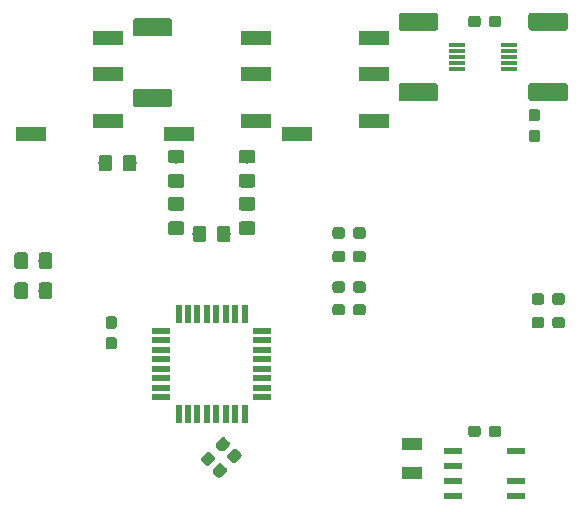
<source format=gbr>
%TF.GenerationSoftware,KiCad,Pcbnew,(5.0.2)-1*%
%TF.CreationDate,2020-07-31T09:38:14+02:00*%
%TF.ProjectId,Multimeter_Watch_Board_V1,4d756c74-696d-4657-9465-725f57617463,rev?*%
%TF.SameCoordinates,Original*%
%TF.FileFunction,Paste,Top*%
%TF.FilePolarity,Positive*%
%FSLAX46Y46*%
G04 Gerber Fmt 4.6, Leading zero omitted, Abs format (unit mm)*
G04 Created by KiCad (PCBNEW (5.0.2)-1) date 31.7.2020 9:38:14*
%MOMM*%
%LPD*%
G01*
G04 APERTURE LIST*
%ADD10C,0.100000*%
%ADD11C,0.950000*%
%ADD12C,1.150000*%
%ADD13R,1.800000X1.000000*%
%ADD14R,1.400000X0.300000*%
%ADD15R,1.550000X0.600000*%
%ADD16C,1.525000*%
%ADD17R,2.500000X1.200000*%
%ADD18R,1.600000X0.550000*%
%ADD19R,0.550000X1.600000*%
G04 APERTURE END LIST*
D10*
%TO.C,R21*%
G36*
X112260779Y-78226143D02*
X112283834Y-78229562D01*
X112306443Y-78235226D01*
X112328387Y-78243078D01*
X112349457Y-78253043D01*
X112369448Y-78265025D01*
X112388168Y-78278909D01*
X112405438Y-78294561D01*
X112421090Y-78311831D01*
X112434974Y-78330551D01*
X112446956Y-78350542D01*
X112456921Y-78371612D01*
X112464773Y-78393556D01*
X112470437Y-78416165D01*
X112473856Y-78439220D01*
X112475000Y-78462499D01*
X112475000Y-79037499D01*
X112473856Y-79060778D01*
X112470437Y-79083833D01*
X112464773Y-79106442D01*
X112456921Y-79128386D01*
X112446956Y-79149456D01*
X112434974Y-79169447D01*
X112421090Y-79188167D01*
X112405438Y-79205437D01*
X112388168Y-79221089D01*
X112369448Y-79234973D01*
X112349457Y-79246955D01*
X112328387Y-79256920D01*
X112306443Y-79264772D01*
X112283834Y-79270436D01*
X112260779Y-79273855D01*
X112237500Y-79274999D01*
X111762500Y-79274999D01*
X111739221Y-79273855D01*
X111716166Y-79270436D01*
X111693557Y-79264772D01*
X111671613Y-79256920D01*
X111650543Y-79246955D01*
X111630552Y-79234973D01*
X111611832Y-79221089D01*
X111594562Y-79205437D01*
X111578910Y-79188167D01*
X111565026Y-79169447D01*
X111553044Y-79149456D01*
X111543079Y-79128386D01*
X111535227Y-79106442D01*
X111529563Y-79083833D01*
X111526144Y-79060778D01*
X111525000Y-79037499D01*
X111525000Y-78462499D01*
X111526144Y-78439220D01*
X111529563Y-78416165D01*
X111535227Y-78393556D01*
X111543079Y-78371612D01*
X111553044Y-78350542D01*
X111565026Y-78330551D01*
X111578910Y-78311831D01*
X111594562Y-78294561D01*
X111611832Y-78278909D01*
X111630552Y-78265025D01*
X111650543Y-78253043D01*
X111671613Y-78243078D01*
X111693557Y-78235226D01*
X111716166Y-78229562D01*
X111739221Y-78226143D01*
X111762500Y-78224999D01*
X112237500Y-78224999D01*
X112260779Y-78226143D01*
X112260779Y-78226143D01*
G37*
D11*
X112000000Y-78749999D03*
D10*
G36*
X112260779Y-76476143D02*
X112283834Y-76479562D01*
X112306443Y-76485226D01*
X112328387Y-76493078D01*
X112349457Y-76503043D01*
X112369448Y-76515025D01*
X112388168Y-76528909D01*
X112405438Y-76544561D01*
X112421090Y-76561831D01*
X112434974Y-76580551D01*
X112446956Y-76600542D01*
X112456921Y-76621612D01*
X112464773Y-76643556D01*
X112470437Y-76666165D01*
X112473856Y-76689220D01*
X112475000Y-76712499D01*
X112475000Y-77287499D01*
X112473856Y-77310778D01*
X112470437Y-77333833D01*
X112464773Y-77356442D01*
X112456921Y-77378386D01*
X112446956Y-77399456D01*
X112434974Y-77419447D01*
X112421090Y-77438167D01*
X112405438Y-77455437D01*
X112388168Y-77471089D01*
X112369448Y-77484973D01*
X112349457Y-77496955D01*
X112328387Y-77506920D01*
X112306443Y-77514772D01*
X112283834Y-77520436D01*
X112260779Y-77523855D01*
X112237500Y-77524999D01*
X111762500Y-77524999D01*
X111739221Y-77523855D01*
X111716166Y-77520436D01*
X111693557Y-77514772D01*
X111671613Y-77506920D01*
X111650543Y-77496955D01*
X111630552Y-77484973D01*
X111611832Y-77471089D01*
X111594562Y-77455437D01*
X111578910Y-77438167D01*
X111565026Y-77419447D01*
X111553044Y-77399456D01*
X111543079Y-77378386D01*
X111535227Y-77356442D01*
X111529563Y-77333833D01*
X111526144Y-77310778D01*
X111525000Y-77287499D01*
X111525000Y-76712499D01*
X111526144Y-76689220D01*
X111529563Y-76666165D01*
X111535227Y-76643556D01*
X111543079Y-76621612D01*
X111553044Y-76600542D01*
X111565026Y-76580551D01*
X111578910Y-76561831D01*
X111594562Y-76544561D01*
X111611832Y-76528909D01*
X111630552Y-76515025D01*
X111650543Y-76503043D01*
X111671613Y-76493078D01*
X111693557Y-76485226D01*
X111716166Y-76479562D01*
X111739221Y-76476143D01*
X111762500Y-76474999D01*
X112237500Y-76474999D01*
X112260779Y-76476143D01*
X112260779Y-76476143D01*
G37*
D11*
X112000000Y-76999999D03*
%TD*%
D10*
%TO.C,C6*%
G36*
X122489920Y-87675341D02*
X122512975Y-87678760D01*
X122535584Y-87684424D01*
X122557528Y-87692276D01*
X122578598Y-87702241D01*
X122598589Y-87714223D01*
X122617309Y-87728107D01*
X122634579Y-87743759D01*
X122970455Y-88079635D01*
X122986107Y-88096905D01*
X122999991Y-88115625D01*
X123011973Y-88135616D01*
X123021938Y-88156686D01*
X123029790Y-88178630D01*
X123035454Y-88201239D01*
X123038873Y-88224294D01*
X123040017Y-88247573D01*
X123038873Y-88270852D01*
X123035454Y-88293907D01*
X123029790Y-88316516D01*
X123021938Y-88338460D01*
X123011973Y-88359530D01*
X122999991Y-88379521D01*
X122986107Y-88398241D01*
X122970455Y-88415511D01*
X122563869Y-88822097D01*
X122546599Y-88837749D01*
X122527879Y-88851633D01*
X122507888Y-88863615D01*
X122486818Y-88873580D01*
X122464874Y-88881432D01*
X122442265Y-88887096D01*
X122419210Y-88890515D01*
X122395931Y-88891659D01*
X122372652Y-88890515D01*
X122349597Y-88887096D01*
X122326988Y-88881432D01*
X122305044Y-88873580D01*
X122283974Y-88863615D01*
X122263983Y-88851633D01*
X122245263Y-88837749D01*
X122227993Y-88822097D01*
X121892117Y-88486221D01*
X121876465Y-88468951D01*
X121862581Y-88450231D01*
X121850599Y-88430240D01*
X121840634Y-88409170D01*
X121832782Y-88387226D01*
X121827118Y-88364617D01*
X121823699Y-88341562D01*
X121822555Y-88318283D01*
X121823699Y-88295004D01*
X121827118Y-88271949D01*
X121832782Y-88249340D01*
X121840634Y-88227396D01*
X121850599Y-88206326D01*
X121862581Y-88186335D01*
X121876465Y-88167615D01*
X121892117Y-88150345D01*
X122298703Y-87743759D01*
X122315973Y-87728107D01*
X122334693Y-87714223D01*
X122354684Y-87702241D01*
X122375754Y-87692276D01*
X122397698Y-87684424D01*
X122420307Y-87678760D01*
X122443362Y-87675341D01*
X122466641Y-87674197D01*
X122489920Y-87675341D01*
X122489920Y-87675341D01*
G37*
D11*
X122431286Y-88282928D03*
D10*
G36*
X121252484Y-88912777D02*
X121275539Y-88916196D01*
X121298148Y-88921860D01*
X121320092Y-88929712D01*
X121341162Y-88939677D01*
X121361153Y-88951659D01*
X121379873Y-88965543D01*
X121397143Y-88981195D01*
X121733019Y-89317071D01*
X121748671Y-89334341D01*
X121762555Y-89353061D01*
X121774537Y-89373052D01*
X121784502Y-89394122D01*
X121792354Y-89416066D01*
X121798018Y-89438675D01*
X121801437Y-89461730D01*
X121802581Y-89485009D01*
X121801437Y-89508288D01*
X121798018Y-89531343D01*
X121792354Y-89553952D01*
X121784502Y-89575896D01*
X121774537Y-89596966D01*
X121762555Y-89616957D01*
X121748671Y-89635677D01*
X121733019Y-89652947D01*
X121326433Y-90059533D01*
X121309163Y-90075185D01*
X121290443Y-90089069D01*
X121270452Y-90101051D01*
X121249382Y-90111016D01*
X121227438Y-90118868D01*
X121204829Y-90124532D01*
X121181774Y-90127951D01*
X121158495Y-90129095D01*
X121135216Y-90127951D01*
X121112161Y-90124532D01*
X121089552Y-90118868D01*
X121067608Y-90111016D01*
X121046538Y-90101051D01*
X121026547Y-90089069D01*
X121007827Y-90075185D01*
X120990557Y-90059533D01*
X120654681Y-89723657D01*
X120639029Y-89706387D01*
X120625145Y-89687667D01*
X120613163Y-89667676D01*
X120603198Y-89646606D01*
X120595346Y-89624662D01*
X120589682Y-89602053D01*
X120586263Y-89578998D01*
X120585119Y-89555719D01*
X120586263Y-89532440D01*
X120589682Y-89509385D01*
X120595346Y-89486776D01*
X120603198Y-89464832D01*
X120613163Y-89443762D01*
X120625145Y-89423771D01*
X120639029Y-89405051D01*
X120654681Y-89387781D01*
X121061267Y-88981195D01*
X121078537Y-88965543D01*
X121097257Y-88951659D01*
X121117248Y-88939677D01*
X121138318Y-88929712D01*
X121160262Y-88921860D01*
X121182871Y-88916196D01*
X121205926Y-88912777D01*
X121229205Y-88911633D01*
X121252484Y-88912777D01*
X121252484Y-88912777D01*
G37*
D11*
X121193850Y-89520364D03*
%TD*%
D10*
%TO.C,C7*%
G36*
X148088779Y-58926144D02*
X148111834Y-58929563D01*
X148134443Y-58935227D01*
X148156387Y-58943079D01*
X148177457Y-58953044D01*
X148197448Y-58965026D01*
X148216168Y-58978910D01*
X148233438Y-58994562D01*
X148249090Y-59011832D01*
X148262974Y-59030552D01*
X148274956Y-59050543D01*
X148284921Y-59071613D01*
X148292773Y-59093557D01*
X148298437Y-59116166D01*
X148301856Y-59139221D01*
X148303000Y-59162500D01*
X148303000Y-59737500D01*
X148301856Y-59760779D01*
X148298437Y-59783834D01*
X148292773Y-59806443D01*
X148284921Y-59828387D01*
X148274956Y-59849457D01*
X148262974Y-59869448D01*
X148249090Y-59888168D01*
X148233438Y-59905438D01*
X148216168Y-59921090D01*
X148197448Y-59934974D01*
X148177457Y-59946956D01*
X148156387Y-59956921D01*
X148134443Y-59964773D01*
X148111834Y-59970437D01*
X148088779Y-59973856D01*
X148065500Y-59975000D01*
X147590500Y-59975000D01*
X147567221Y-59973856D01*
X147544166Y-59970437D01*
X147521557Y-59964773D01*
X147499613Y-59956921D01*
X147478543Y-59946956D01*
X147458552Y-59934974D01*
X147439832Y-59921090D01*
X147422562Y-59905438D01*
X147406910Y-59888168D01*
X147393026Y-59869448D01*
X147381044Y-59849457D01*
X147371079Y-59828387D01*
X147363227Y-59806443D01*
X147357563Y-59783834D01*
X147354144Y-59760779D01*
X147353000Y-59737500D01*
X147353000Y-59162500D01*
X147354144Y-59139221D01*
X147357563Y-59116166D01*
X147363227Y-59093557D01*
X147371079Y-59071613D01*
X147381044Y-59050543D01*
X147393026Y-59030552D01*
X147406910Y-59011832D01*
X147422562Y-58994562D01*
X147439832Y-58978910D01*
X147458552Y-58965026D01*
X147478543Y-58953044D01*
X147499613Y-58943079D01*
X147521557Y-58935227D01*
X147544166Y-58929563D01*
X147567221Y-58926144D01*
X147590500Y-58925000D01*
X148065500Y-58925000D01*
X148088779Y-58926144D01*
X148088779Y-58926144D01*
G37*
D11*
X147828000Y-59450000D03*
D10*
G36*
X148088779Y-60676144D02*
X148111834Y-60679563D01*
X148134443Y-60685227D01*
X148156387Y-60693079D01*
X148177457Y-60703044D01*
X148197448Y-60715026D01*
X148216168Y-60728910D01*
X148233438Y-60744562D01*
X148249090Y-60761832D01*
X148262974Y-60780552D01*
X148274956Y-60800543D01*
X148284921Y-60821613D01*
X148292773Y-60843557D01*
X148298437Y-60866166D01*
X148301856Y-60889221D01*
X148303000Y-60912500D01*
X148303000Y-61487500D01*
X148301856Y-61510779D01*
X148298437Y-61533834D01*
X148292773Y-61556443D01*
X148284921Y-61578387D01*
X148274956Y-61599457D01*
X148262974Y-61619448D01*
X148249090Y-61638168D01*
X148233438Y-61655438D01*
X148216168Y-61671090D01*
X148197448Y-61684974D01*
X148177457Y-61696956D01*
X148156387Y-61706921D01*
X148134443Y-61714773D01*
X148111834Y-61720437D01*
X148088779Y-61723856D01*
X148065500Y-61725000D01*
X147590500Y-61725000D01*
X147567221Y-61723856D01*
X147544166Y-61720437D01*
X147521557Y-61714773D01*
X147499613Y-61706921D01*
X147478543Y-61696956D01*
X147458552Y-61684974D01*
X147439832Y-61671090D01*
X147422562Y-61655438D01*
X147406910Y-61638168D01*
X147393026Y-61619448D01*
X147381044Y-61599457D01*
X147371079Y-61578387D01*
X147363227Y-61556443D01*
X147357563Y-61533834D01*
X147354144Y-61510779D01*
X147353000Y-61487500D01*
X147353000Y-60912500D01*
X147354144Y-60889221D01*
X147357563Y-60866166D01*
X147363227Y-60843557D01*
X147371079Y-60821613D01*
X147381044Y-60800543D01*
X147393026Y-60780552D01*
X147406910Y-60761832D01*
X147422562Y-60744562D01*
X147439832Y-60728910D01*
X147458552Y-60715026D01*
X147478543Y-60703044D01*
X147499613Y-60693079D01*
X147521557Y-60685227D01*
X147544166Y-60679563D01*
X147567221Y-60676144D01*
X147590500Y-60675000D01*
X148065500Y-60675000D01*
X148088779Y-60676144D01*
X148088779Y-60676144D01*
G37*
D11*
X147828000Y-61200000D03*
%TD*%
D10*
%TO.C,R19*%
G36*
X104734505Y-73596204D02*
X104758773Y-73599804D01*
X104782572Y-73605765D01*
X104805671Y-73614030D01*
X104827850Y-73624520D01*
X104848893Y-73637132D01*
X104868599Y-73651747D01*
X104886777Y-73668223D01*
X104903253Y-73686401D01*
X104917868Y-73706107D01*
X104930480Y-73727150D01*
X104940970Y-73749329D01*
X104949235Y-73772428D01*
X104955196Y-73796227D01*
X104958796Y-73820495D01*
X104960000Y-73844999D01*
X104960000Y-74745001D01*
X104958796Y-74769505D01*
X104955196Y-74793773D01*
X104949235Y-74817572D01*
X104940970Y-74840671D01*
X104930480Y-74862850D01*
X104917868Y-74883893D01*
X104903253Y-74903599D01*
X104886777Y-74921777D01*
X104868599Y-74938253D01*
X104848893Y-74952868D01*
X104827850Y-74965480D01*
X104805671Y-74975970D01*
X104782572Y-74984235D01*
X104758773Y-74990196D01*
X104734505Y-74993796D01*
X104710001Y-74995000D01*
X104059999Y-74995000D01*
X104035495Y-74993796D01*
X104011227Y-74990196D01*
X103987428Y-74984235D01*
X103964329Y-74975970D01*
X103942150Y-74965480D01*
X103921107Y-74952868D01*
X103901401Y-74938253D01*
X103883223Y-74921777D01*
X103866747Y-74903599D01*
X103852132Y-74883893D01*
X103839520Y-74862850D01*
X103829030Y-74840671D01*
X103820765Y-74817572D01*
X103814804Y-74793773D01*
X103811204Y-74769505D01*
X103810000Y-74745001D01*
X103810000Y-73844999D01*
X103811204Y-73820495D01*
X103814804Y-73796227D01*
X103820765Y-73772428D01*
X103829030Y-73749329D01*
X103839520Y-73727150D01*
X103852132Y-73706107D01*
X103866747Y-73686401D01*
X103883223Y-73668223D01*
X103901401Y-73651747D01*
X103921107Y-73637132D01*
X103942150Y-73624520D01*
X103964329Y-73614030D01*
X103987428Y-73605765D01*
X104011227Y-73599804D01*
X104035495Y-73596204D01*
X104059999Y-73595000D01*
X104710001Y-73595000D01*
X104734505Y-73596204D01*
X104734505Y-73596204D01*
G37*
D12*
X104385000Y-74295000D03*
D10*
G36*
X106784505Y-73596204D02*
X106808773Y-73599804D01*
X106832572Y-73605765D01*
X106855671Y-73614030D01*
X106877850Y-73624520D01*
X106898893Y-73637132D01*
X106918599Y-73651747D01*
X106936777Y-73668223D01*
X106953253Y-73686401D01*
X106967868Y-73706107D01*
X106980480Y-73727150D01*
X106990970Y-73749329D01*
X106999235Y-73772428D01*
X107005196Y-73796227D01*
X107008796Y-73820495D01*
X107010000Y-73844999D01*
X107010000Y-74745001D01*
X107008796Y-74769505D01*
X107005196Y-74793773D01*
X106999235Y-74817572D01*
X106990970Y-74840671D01*
X106980480Y-74862850D01*
X106967868Y-74883893D01*
X106953253Y-74903599D01*
X106936777Y-74921777D01*
X106918599Y-74938253D01*
X106898893Y-74952868D01*
X106877850Y-74965480D01*
X106855671Y-74975970D01*
X106832572Y-74984235D01*
X106808773Y-74990196D01*
X106784505Y-74993796D01*
X106760001Y-74995000D01*
X106109999Y-74995000D01*
X106085495Y-74993796D01*
X106061227Y-74990196D01*
X106037428Y-74984235D01*
X106014329Y-74975970D01*
X105992150Y-74965480D01*
X105971107Y-74952868D01*
X105951401Y-74938253D01*
X105933223Y-74921777D01*
X105916747Y-74903599D01*
X105902132Y-74883893D01*
X105889520Y-74862850D01*
X105879030Y-74840671D01*
X105870765Y-74817572D01*
X105864804Y-74793773D01*
X105861204Y-74769505D01*
X105860000Y-74745001D01*
X105860000Y-73844999D01*
X105861204Y-73820495D01*
X105864804Y-73796227D01*
X105870765Y-73772428D01*
X105879030Y-73749329D01*
X105889520Y-73727150D01*
X105902132Y-73706107D01*
X105916747Y-73686401D01*
X105933223Y-73668223D01*
X105951401Y-73651747D01*
X105971107Y-73637132D01*
X105992150Y-73624520D01*
X106014329Y-73614030D01*
X106037428Y-73605765D01*
X106061227Y-73599804D01*
X106085495Y-73596204D01*
X106109999Y-73595000D01*
X106760001Y-73595000D01*
X106784505Y-73596204D01*
X106784505Y-73596204D01*
G37*
D12*
X106435000Y-74295000D03*
%TD*%
D10*
%TO.C,R20*%
G36*
X106784505Y-71056204D02*
X106808773Y-71059804D01*
X106832572Y-71065765D01*
X106855671Y-71074030D01*
X106877850Y-71084520D01*
X106898893Y-71097132D01*
X106918599Y-71111747D01*
X106936777Y-71128223D01*
X106953253Y-71146401D01*
X106967868Y-71166107D01*
X106980480Y-71187150D01*
X106990970Y-71209329D01*
X106999235Y-71232428D01*
X107005196Y-71256227D01*
X107008796Y-71280495D01*
X107010000Y-71304999D01*
X107010000Y-72205001D01*
X107008796Y-72229505D01*
X107005196Y-72253773D01*
X106999235Y-72277572D01*
X106990970Y-72300671D01*
X106980480Y-72322850D01*
X106967868Y-72343893D01*
X106953253Y-72363599D01*
X106936777Y-72381777D01*
X106918599Y-72398253D01*
X106898893Y-72412868D01*
X106877850Y-72425480D01*
X106855671Y-72435970D01*
X106832572Y-72444235D01*
X106808773Y-72450196D01*
X106784505Y-72453796D01*
X106760001Y-72455000D01*
X106109999Y-72455000D01*
X106085495Y-72453796D01*
X106061227Y-72450196D01*
X106037428Y-72444235D01*
X106014329Y-72435970D01*
X105992150Y-72425480D01*
X105971107Y-72412868D01*
X105951401Y-72398253D01*
X105933223Y-72381777D01*
X105916747Y-72363599D01*
X105902132Y-72343893D01*
X105889520Y-72322850D01*
X105879030Y-72300671D01*
X105870765Y-72277572D01*
X105864804Y-72253773D01*
X105861204Y-72229505D01*
X105860000Y-72205001D01*
X105860000Y-71304999D01*
X105861204Y-71280495D01*
X105864804Y-71256227D01*
X105870765Y-71232428D01*
X105879030Y-71209329D01*
X105889520Y-71187150D01*
X105902132Y-71166107D01*
X105916747Y-71146401D01*
X105933223Y-71128223D01*
X105951401Y-71111747D01*
X105971107Y-71097132D01*
X105992150Y-71084520D01*
X106014329Y-71074030D01*
X106037428Y-71065765D01*
X106061227Y-71059804D01*
X106085495Y-71056204D01*
X106109999Y-71055000D01*
X106760001Y-71055000D01*
X106784505Y-71056204D01*
X106784505Y-71056204D01*
G37*
D12*
X106435000Y-71755000D03*
D10*
G36*
X104734505Y-71056204D02*
X104758773Y-71059804D01*
X104782572Y-71065765D01*
X104805671Y-71074030D01*
X104827850Y-71084520D01*
X104848893Y-71097132D01*
X104868599Y-71111747D01*
X104886777Y-71128223D01*
X104903253Y-71146401D01*
X104917868Y-71166107D01*
X104930480Y-71187150D01*
X104940970Y-71209329D01*
X104949235Y-71232428D01*
X104955196Y-71256227D01*
X104958796Y-71280495D01*
X104960000Y-71304999D01*
X104960000Y-72205001D01*
X104958796Y-72229505D01*
X104955196Y-72253773D01*
X104949235Y-72277572D01*
X104940970Y-72300671D01*
X104930480Y-72322850D01*
X104917868Y-72343893D01*
X104903253Y-72363599D01*
X104886777Y-72381777D01*
X104868599Y-72398253D01*
X104848893Y-72412868D01*
X104827850Y-72425480D01*
X104805671Y-72435970D01*
X104782572Y-72444235D01*
X104758773Y-72450196D01*
X104734505Y-72453796D01*
X104710001Y-72455000D01*
X104059999Y-72455000D01*
X104035495Y-72453796D01*
X104011227Y-72450196D01*
X103987428Y-72444235D01*
X103964329Y-72435970D01*
X103942150Y-72425480D01*
X103921107Y-72412868D01*
X103901401Y-72398253D01*
X103883223Y-72381777D01*
X103866747Y-72363599D01*
X103852132Y-72343893D01*
X103839520Y-72322850D01*
X103829030Y-72300671D01*
X103820765Y-72277572D01*
X103814804Y-72253773D01*
X103811204Y-72229505D01*
X103810000Y-72205001D01*
X103810000Y-71304999D01*
X103811204Y-71280495D01*
X103814804Y-71256227D01*
X103820765Y-71232428D01*
X103829030Y-71209329D01*
X103839520Y-71187150D01*
X103852132Y-71166107D01*
X103866747Y-71146401D01*
X103883223Y-71128223D01*
X103901401Y-71111747D01*
X103921107Y-71097132D01*
X103942150Y-71084520D01*
X103964329Y-71074030D01*
X103987428Y-71065765D01*
X104011227Y-71059804D01*
X104035495Y-71056204D01*
X104059999Y-71055000D01*
X104710001Y-71055000D01*
X104734505Y-71056204D01*
X104734505Y-71056204D01*
G37*
D12*
X104385000Y-71755000D03*
%TD*%
D13*
%TO.C,Y1*%
X137500000Y-87250000D03*
X137500000Y-89750000D03*
%TD*%
D14*
%TO.C,U2*%
X145700000Y-53500000D03*
X145700000Y-54000000D03*
X145700000Y-54500000D03*
X145700000Y-55000000D03*
X145700000Y-55500000D03*
X141300000Y-55500000D03*
X141300000Y-55000000D03*
X141300000Y-54500000D03*
X141300000Y-54000000D03*
X141300000Y-53500000D03*
%TD*%
D15*
%TO.C,U1*%
X146300000Y-87895000D03*
X146300000Y-90435000D03*
X146300000Y-91705000D03*
X140900000Y-91705000D03*
X140900000Y-90435000D03*
X140900000Y-89165000D03*
X140900000Y-87895000D03*
%TD*%
D10*
%TO.C,R16*%
G36*
X150449505Y-50751204D02*
X150473773Y-50754804D01*
X150497572Y-50760765D01*
X150520671Y-50769030D01*
X150542850Y-50779520D01*
X150563893Y-50792132D01*
X150583599Y-50806747D01*
X150601777Y-50823223D01*
X150618253Y-50841401D01*
X150632868Y-50861107D01*
X150645480Y-50882150D01*
X150655970Y-50904329D01*
X150664235Y-50927428D01*
X150670196Y-50951227D01*
X150673796Y-50975495D01*
X150675000Y-50999999D01*
X150675000Y-52025001D01*
X150673796Y-52049505D01*
X150670196Y-52073773D01*
X150664235Y-52097572D01*
X150655970Y-52120671D01*
X150645480Y-52142850D01*
X150632868Y-52163893D01*
X150618253Y-52183599D01*
X150601777Y-52201777D01*
X150583599Y-52218253D01*
X150563893Y-52232868D01*
X150542850Y-52245480D01*
X150520671Y-52255970D01*
X150497572Y-52264235D01*
X150473773Y-52270196D01*
X150449505Y-52273796D01*
X150425001Y-52275000D01*
X147574999Y-52275000D01*
X147550495Y-52273796D01*
X147526227Y-52270196D01*
X147502428Y-52264235D01*
X147479329Y-52255970D01*
X147457150Y-52245480D01*
X147436107Y-52232868D01*
X147416401Y-52218253D01*
X147398223Y-52201777D01*
X147381747Y-52183599D01*
X147367132Y-52163893D01*
X147354520Y-52142850D01*
X147344030Y-52120671D01*
X147335765Y-52097572D01*
X147329804Y-52073773D01*
X147326204Y-52049505D01*
X147325000Y-52025001D01*
X147325000Y-50999999D01*
X147326204Y-50975495D01*
X147329804Y-50951227D01*
X147335765Y-50927428D01*
X147344030Y-50904329D01*
X147354520Y-50882150D01*
X147367132Y-50861107D01*
X147381747Y-50841401D01*
X147398223Y-50823223D01*
X147416401Y-50806747D01*
X147436107Y-50792132D01*
X147457150Y-50779520D01*
X147479329Y-50769030D01*
X147502428Y-50760765D01*
X147526227Y-50754804D01*
X147550495Y-50751204D01*
X147574999Y-50750000D01*
X150425001Y-50750000D01*
X150449505Y-50751204D01*
X150449505Y-50751204D01*
G37*
D16*
X149000000Y-51512500D03*
D10*
G36*
X150449505Y-56726204D02*
X150473773Y-56729804D01*
X150497572Y-56735765D01*
X150520671Y-56744030D01*
X150542850Y-56754520D01*
X150563893Y-56767132D01*
X150583599Y-56781747D01*
X150601777Y-56798223D01*
X150618253Y-56816401D01*
X150632868Y-56836107D01*
X150645480Y-56857150D01*
X150655970Y-56879329D01*
X150664235Y-56902428D01*
X150670196Y-56926227D01*
X150673796Y-56950495D01*
X150675000Y-56974999D01*
X150675000Y-58000001D01*
X150673796Y-58024505D01*
X150670196Y-58048773D01*
X150664235Y-58072572D01*
X150655970Y-58095671D01*
X150645480Y-58117850D01*
X150632868Y-58138893D01*
X150618253Y-58158599D01*
X150601777Y-58176777D01*
X150583599Y-58193253D01*
X150563893Y-58207868D01*
X150542850Y-58220480D01*
X150520671Y-58230970D01*
X150497572Y-58239235D01*
X150473773Y-58245196D01*
X150449505Y-58248796D01*
X150425001Y-58250000D01*
X147574999Y-58250000D01*
X147550495Y-58248796D01*
X147526227Y-58245196D01*
X147502428Y-58239235D01*
X147479329Y-58230970D01*
X147457150Y-58220480D01*
X147436107Y-58207868D01*
X147416401Y-58193253D01*
X147398223Y-58176777D01*
X147381747Y-58158599D01*
X147367132Y-58138893D01*
X147354520Y-58117850D01*
X147344030Y-58095671D01*
X147335765Y-58072572D01*
X147329804Y-58048773D01*
X147326204Y-58024505D01*
X147325000Y-58000001D01*
X147325000Y-56974999D01*
X147326204Y-56950495D01*
X147329804Y-56926227D01*
X147335765Y-56902428D01*
X147344030Y-56879329D01*
X147354520Y-56857150D01*
X147367132Y-56836107D01*
X147381747Y-56816401D01*
X147398223Y-56798223D01*
X147416401Y-56781747D01*
X147436107Y-56767132D01*
X147457150Y-56754520D01*
X147479329Y-56744030D01*
X147502428Y-56735765D01*
X147526227Y-56729804D01*
X147550495Y-56726204D01*
X147574999Y-56725000D01*
X150425001Y-56725000D01*
X150449505Y-56726204D01*
X150449505Y-56726204D01*
G37*
D16*
X149000000Y-57487500D03*
%TD*%
D10*
%TO.C,R15*%
G36*
X139449505Y-50763704D02*
X139473773Y-50767304D01*
X139497572Y-50773265D01*
X139520671Y-50781530D01*
X139542850Y-50792020D01*
X139563893Y-50804632D01*
X139583599Y-50819247D01*
X139601777Y-50835723D01*
X139618253Y-50853901D01*
X139632868Y-50873607D01*
X139645480Y-50894650D01*
X139655970Y-50916829D01*
X139664235Y-50939928D01*
X139670196Y-50963727D01*
X139673796Y-50987995D01*
X139675000Y-51012499D01*
X139675000Y-52037501D01*
X139673796Y-52062005D01*
X139670196Y-52086273D01*
X139664235Y-52110072D01*
X139655970Y-52133171D01*
X139645480Y-52155350D01*
X139632868Y-52176393D01*
X139618253Y-52196099D01*
X139601777Y-52214277D01*
X139583599Y-52230753D01*
X139563893Y-52245368D01*
X139542850Y-52257980D01*
X139520671Y-52268470D01*
X139497572Y-52276735D01*
X139473773Y-52282696D01*
X139449505Y-52286296D01*
X139425001Y-52287500D01*
X136574999Y-52287500D01*
X136550495Y-52286296D01*
X136526227Y-52282696D01*
X136502428Y-52276735D01*
X136479329Y-52268470D01*
X136457150Y-52257980D01*
X136436107Y-52245368D01*
X136416401Y-52230753D01*
X136398223Y-52214277D01*
X136381747Y-52196099D01*
X136367132Y-52176393D01*
X136354520Y-52155350D01*
X136344030Y-52133171D01*
X136335765Y-52110072D01*
X136329804Y-52086273D01*
X136326204Y-52062005D01*
X136325000Y-52037501D01*
X136325000Y-51012499D01*
X136326204Y-50987995D01*
X136329804Y-50963727D01*
X136335765Y-50939928D01*
X136344030Y-50916829D01*
X136354520Y-50894650D01*
X136367132Y-50873607D01*
X136381747Y-50853901D01*
X136398223Y-50835723D01*
X136416401Y-50819247D01*
X136436107Y-50804632D01*
X136457150Y-50792020D01*
X136479329Y-50781530D01*
X136502428Y-50773265D01*
X136526227Y-50767304D01*
X136550495Y-50763704D01*
X136574999Y-50762500D01*
X139425001Y-50762500D01*
X139449505Y-50763704D01*
X139449505Y-50763704D01*
G37*
D16*
X138000000Y-51525000D03*
D10*
G36*
X139449505Y-56738704D02*
X139473773Y-56742304D01*
X139497572Y-56748265D01*
X139520671Y-56756530D01*
X139542850Y-56767020D01*
X139563893Y-56779632D01*
X139583599Y-56794247D01*
X139601777Y-56810723D01*
X139618253Y-56828901D01*
X139632868Y-56848607D01*
X139645480Y-56869650D01*
X139655970Y-56891829D01*
X139664235Y-56914928D01*
X139670196Y-56938727D01*
X139673796Y-56962995D01*
X139675000Y-56987499D01*
X139675000Y-58012501D01*
X139673796Y-58037005D01*
X139670196Y-58061273D01*
X139664235Y-58085072D01*
X139655970Y-58108171D01*
X139645480Y-58130350D01*
X139632868Y-58151393D01*
X139618253Y-58171099D01*
X139601777Y-58189277D01*
X139583599Y-58205753D01*
X139563893Y-58220368D01*
X139542850Y-58232980D01*
X139520671Y-58243470D01*
X139497572Y-58251735D01*
X139473773Y-58257696D01*
X139449505Y-58261296D01*
X139425001Y-58262500D01*
X136574999Y-58262500D01*
X136550495Y-58261296D01*
X136526227Y-58257696D01*
X136502428Y-58251735D01*
X136479329Y-58243470D01*
X136457150Y-58232980D01*
X136436107Y-58220368D01*
X136416401Y-58205753D01*
X136398223Y-58189277D01*
X136381747Y-58171099D01*
X136367132Y-58151393D01*
X136354520Y-58130350D01*
X136344030Y-58108171D01*
X136335765Y-58085072D01*
X136329804Y-58061273D01*
X136326204Y-58037005D01*
X136325000Y-58012501D01*
X136325000Y-56987499D01*
X136326204Y-56962995D01*
X136329804Y-56938727D01*
X136335765Y-56914928D01*
X136344030Y-56891829D01*
X136354520Y-56869650D01*
X136367132Y-56848607D01*
X136381747Y-56828901D01*
X136398223Y-56810723D01*
X136416401Y-56794247D01*
X136436107Y-56779632D01*
X136457150Y-56767020D01*
X136479329Y-56756530D01*
X136502428Y-56748265D01*
X136526227Y-56742304D01*
X136550495Y-56738704D01*
X136574999Y-56737500D01*
X139425001Y-56737500D01*
X139449505Y-56738704D01*
X139449505Y-56738704D01*
G37*
D16*
X138000000Y-57500000D03*
%TD*%
D10*
%TO.C,R12*%
G36*
X150185779Y-74526144D02*
X150208834Y-74529563D01*
X150231443Y-74535227D01*
X150253387Y-74543079D01*
X150274457Y-74553044D01*
X150294448Y-74565026D01*
X150313168Y-74578910D01*
X150330438Y-74594562D01*
X150346090Y-74611832D01*
X150359974Y-74630552D01*
X150371956Y-74650543D01*
X150381921Y-74671613D01*
X150389773Y-74693557D01*
X150395437Y-74716166D01*
X150398856Y-74739221D01*
X150400000Y-74762500D01*
X150400000Y-75237500D01*
X150398856Y-75260779D01*
X150395437Y-75283834D01*
X150389773Y-75306443D01*
X150381921Y-75328387D01*
X150371956Y-75349457D01*
X150359974Y-75369448D01*
X150346090Y-75388168D01*
X150330438Y-75405438D01*
X150313168Y-75421090D01*
X150294448Y-75434974D01*
X150274457Y-75446956D01*
X150253387Y-75456921D01*
X150231443Y-75464773D01*
X150208834Y-75470437D01*
X150185779Y-75473856D01*
X150162500Y-75475000D01*
X149587500Y-75475000D01*
X149564221Y-75473856D01*
X149541166Y-75470437D01*
X149518557Y-75464773D01*
X149496613Y-75456921D01*
X149475543Y-75446956D01*
X149455552Y-75434974D01*
X149436832Y-75421090D01*
X149419562Y-75405438D01*
X149403910Y-75388168D01*
X149390026Y-75369448D01*
X149378044Y-75349457D01*
X149368079Y-75328387D01*
X149360227Y-75306443D01*
X149354563Y-75283834D01*
X149351144Y-75260779D01*
X149350000Y-75237500D01*
X149350000Y-74762500D01*
X149351144Y-74739221D01*
X149354563Y-74716166D01*
X149360227Y-74693557D01*
X149368079Y-74671613D01*
X149378044Y-74650543D01*
X149390026Y-74630552D01*
X149403910Y-74611832D01*
X149419562Y-74594562D01*
X149436832Y-74578910D01*
X149455552Y-74565026D01*
X149475543Y-74553044D01*
X149496613Y-74543079D01*
X149518557Y-74535227D01*
X149541166Y-74529563D01*
X149564221Y-74526144D01*
X149587500Y-74525000D01*
X150162500Y-74525000D01*
X150185779Y-74526144D01*
X150185779Y-74526144D01*
G37*
D11*
X149875000Y-75000000D03*
D10*
G36*
X148435779Y-74526144D02*
X148458834Y-74529563D01*
X148481443Y-74535227D01*
X148503387Y-74543079D01*
X148524457Y-74553044D01*
X148544448Y-74565026D01*
X148563168Y-74578910D01*
X148580438Y-74594562D01*
X148596090Y-74611832D01*
X148609974Y-74630552D01*
X148621956Y-74650543D01*
X148631921Y-74671613D01*
X148639773Y-74693557D01*
X148645437Y-74716166D01*
X148648856Y-74739221D01*
X148650000Y-74762500D01*
X148650000Y-75237500D01*
X148648856Y-75260779D01*
X148645437Y-75283834D01*
X148639773Y-75306443D01*
X148631921Y-75328387D01*
X148621956Y-75349457D01*
X148609974Y-75369448D01*
X148596090Y-75388168D01*
X148580438Y-75405438D01*
X148563168Y-75421090D01*
X148544448Y-75434974D01*
X148524457Y-75446956D01*
X148503387Y-75456921D01*
X148481443Y-75464773D01*
X148458834Y-75470437D01*
X148435779Y-75473856D01*
X148412500Y-75475000D01*
X147837500Y-75475000D01*
X147814221Y-75473856D01*
X147791166Y-75470437D01*
X147768557Y-75464773D01*
X147746613Y-75456921D01*
X147725543Y-75446956D01*
X147705552Y-75434974D01*
X147686832Y-75421090D01*
X147669562Y-75405438D01*
X147653910Y-75388168D01*
X147640026Y-75369448D01*
X147628044Y-75349457D01*
X147618079Y-75328387D01*
X147610227Y-75306443D01*
X147604563Y-75283834D01*
X147601144Y-75260779D01*
X147600000Y-75237500D01*
X147600000Y-74762500D01*
X147601144Y-74739221D01*
X147604563Y-74716166D01*
X147610227Y-74693557D01*
X147618079Y-74671613D01*
X147628044Y-74650543D01*
X147640026Y-74630552D01*
X147653910Y-74611832D01*
X147669562Y-74594562D01*
X147686832Y-74578910D01*
X147705552Y-74565026D01*
X147725543Y-74553044D01*
X147746613Y-74543079D01*
X147768557Y-74535227D01*
X147791166Y-74529563D01*
X147814221Y-74526144D01*
X147837500Y-74525000D01*
X148412500Y-74525000D01*
X148435779Y-74526144D01*
X148435779Y-74526144D01*
G37*
D11*
X148125000Y-75000000D03*
%TD*%
D10*
%TO.C,R11*%
G36*
X150185779Y-76526144D02*
X150208834Y-76529563D01*
X150231443Y-76535227D01*
X150253387Y-76543079D01*
X150274457Y-76553044D01*
X150294448Y-76565026D01*
X150313168Y-76578910D01*
X150330438Y-76594562D01*
X150346090Y-76611832D01*
X150359974Y-76630552D01*
X150371956Y-76650543D01*
X150381921Y-76671613D01*
X150389773Y-76693557D01*
X150395437Y-76716166D01*
X150398856Y-76739221D01*
X150400000Y-76762500D01*
X150400000Y-77237500D01*
X150398856Y-77260779D01*
X150395437Y-77283834D01*
X150389773Y-77306443D01*
X150381921Y-77328387D01*
X150371956Y-77349457D01*
X150359974Y-77369448D01*
X150346090Y-77388168D01*
X150330438Y-77405438D01*
X150313168Y-77421090D01*
X150294448Y-77434974D01*
X150274457Y-77446956D01*
X150253387Y-77456921D01*
X150231443Y-77464773D01*
X150208834Y-77470437D01*
X150185779Y-77473856D01*
X150162500Y-77475000D01*
X149587500Y-77475000D01*
X149564221Y-77473856D01*
X149541166Y-77470437D01*
X149518557Y-77464773D01*
X149496613Y-77456921D01*
X149475543Y-77446956D01*
X149455552Y-77434974D01*
X149436832Y-77421090D01*
X149419562Y-77405438D01*
X149403910Y-77388168D01*
X149390026Y-77369448D01*
X149378044Y-77349457D01*
X149368079Y-77328387D01*
X149360227Y-77306443D01*
X149354563Y-77283834D01*
X149351144Y-77260779D01*
X149350000Y-77237500D01*
X149350000Y-76762500D01*
X149351144Y-76739221D01*
X149354563Y-76716166D01*
X149360227Y-76693557D01*
X149368079Y-76671613D01*
X149378044Y-76650543D01*
X149390026Y-76630552D01*
X149403910Y-76611832D01*
X149419562Y-76594562D01*
X149436832Y-76578910D01*
X149455552Y-76565026D01*
X149475543Y-76553044D01*
X149496613Y-76543079D01*
X149518557Y-76535227D01*
X149541166Y-76529563D01*
X149564221Y-76526144D01*
X149587500Y-76525000D01*
X150162500Y-76525000D01*
X150185779Y-76526144D01*
X150185779Y-76526144D01*
G37*
D11*
X149875000Y-77000000D03*
D10*
G36*
X148435779Y-76526144D02*
X148458834Y-76529563D01*
X148481443Y-76535227D01*
X148503387Y-76543079D01*
X148524457Y-76553044D01*
X148544448Y-76565026D01*
X148563168Y-76578910D01*
X148580438Y-76594562D01*
X148596090Y-76611832D01*
X148609974Y-76630552D01*
X148621956Y-76650543D01*
X148631921Y-76671613D01*
X148639773Y-76693557D01*
X148645437Y-76716166D01*
X148648856Y-76739221D01*
X148650000Y-76762500D01*
X148650000Y-77237500D01*
X148648856Y-77260779D01*
X148645437Y-77283834D01*
X148639773Y-77306443D01*
X148631921Y-77328387D01*
X148621956Y-77349457D01*
X148609974Y-77369448D01*
X148596090Y-77388168D01*
X148580438Y-77405438D01*
X148563168Y-77421090D01*
X148544448Y-77434974D01*
X148524457Y-77446956D01*
X148503387Y-77456921D01*
X148481443Y-77464773D01*
X148458834Y-77470437D01*
X148435779Y-77473856D01*
X148412500Y-77475000D01*
X147837500Y-77475000D01*
X147814221Y-77473856D01*
X147791166Y-77470437D01*
X147768557Y-77464773D01*
X147746613Y-77456921D01*
X147725543Y-77446956D01*
X147705552Y-77434974D01*
X147686832Y-77421090D01*
X147669562Y-77405438D01*
X147653910Y-77388168D01*
X147640026Y-77369448D01*
X147628044Y-77349457D01*
X147618079Y-77328387D01*
X147610227Y-77306443D01*
X147604563Y-77283834D01*
X147601144Y-77260779D01*
X147600000Y-77237500D01*
X147600000Y-76762500D01*
X147601144Y-76739221D01*
X147604563Y-76716166D01*
X147610227Y-76693557D01*
X147618079Y-76671613D01*
X147628044Y-76650543D01*
X147640026Y-76630552D01*
X147653910Y-76611832D01*
X147669562Y-76594562D01*
X147686832Y-76578910D01*
X147705552Y-76565026D01*
X147725543Y-76553044D01*
X147746613Y-76543079D01*
X147768557Y-76535227D01*
X147791166Y-76529563D01*
X147814221Y-76526144D01*
X147837500Y-76525000D01*
X148412500Y-76525000D01*
X148435779Y-76526144D01*
X148435779Y-76526144D01*
G37*
D11*
X148125000Y-77000000D03*
%TD*%
D10*
%TO.C,C3*%
G36*
X121500055Y-86685307D02*
X121523110Y-86688726D01*
X121545719Y-86694390D01*
X121567663Y-86702242D01*
X121588733Y-86712207D01*
X121608724Y-86724189D01*
X121627444Y-86738073D01*
X121644714Y-86753725D01*
X121980590Y-87089601D01*
X121996242Y-87106871D01*
X122010126Y-87125591D01*
X122022108Y-87145582D01*
X122032073Y-87166652D01*
X122039925Y-87188596D01*
X122045589Y-87211205D01*
X122049008Y-87234260D01*
X122050152Y-87257539D01*
X122049008Y-87280818D01*
X122045589Y-87303873D01*
X122039925Y-87326482D01*
X122032073Y-87348426D01*
X122022108Y-87369496D01*
X122010126Y-87389487D01*
X121996242Y-87408207D01*
X121980590Y-87425477D01*
X121574004Y-87832063D01*
X121556734Y-87847715D01*
X121538014Y-87861599D01*
X121518023Y-87873581D01*
X121496953Y-87883546D01*
X121475009Y-87891398D01*
X121452400Y-87897062D01*
X121429345Y-87900481D01*
X121406066Y-87901625D01*
X121382787Y-87900481D01*
X121359732Y-87897062D01*
X121337123Y-87891398D01*
X121315179Y-87883546D01*
X121294109Y-87873581D01*
X121274118Y-87861599D01*
X121255398Y-87847715D01*
X121238128Y-87832063D01*
X120902252Y-87496187D01*
X120886600Y-87478917D01*
X120872716Y-87460197D01*
X120860734Y-87440206D01*
X120850769Y-87419136D01*
X120842917Y-87397192D01*
X120837253Y-87374583D01*
X120833834Y-87351528D01*
X120832690Y-87328249D01*
X120833834Y-87304970D01*
X120837253Y-87281915D01*
X120842917Y-87259306D01*
X120850769Y-87237362D01*
X120860734Y-87216292D01*
X120872716Y-87196301D01*
X120886600Y-87177581D01*
X120902252Y-87160311D01*
X121308838Y-86753725D01*
X121326108Y-86738073D01*
X121344828Y-86724189D01*
X121364819Y-86712207D01*
X121385889Y-86702242D01*
X121407833Y-86694390D01*
X121430442Y-86688726D01*
X121453497Y-86685307D01*
X121476776Y-86684163D01*
X121500055Y-86685307D01*
X121500055Y-86685307D01*
G37*
D11*
X121441421Y-87292894D03*
D10*
G36*
X120262619Y-87922743D02*
X120285674Y-87926162D01*
X120308283Y-87931826D01*
X120330227Y-87939678D01*
X120351297Y-87949643D01*
X120371288Y-87961625D01*
X120390008Y-87975509D01*
X120407278Y-87991161D01*
X120743154Y-88327037D01*
X120758806Y-88344307D01*
X120772690Y-88363027D01*
X120784672Y-88383018D01*
X120794637Y-88404088D01*
X120802489Y-88426032D01*
X120808153Y-88448641D01*
X120811572Y-88471696D01*
X120812716Y-88494975D01*
X120811572Y-88518254D01*
X120808153Y-88541309D01*
X120802489Y-88563918D01*
X120794637Y-88585862D01*
X120784672Y-88606932D01*
X120772690Y-88626923D01*
X120758806Y-88645643D01*
X120743154Y-88662913D01*
X120336568Y-89069499D01*
X120319298Y-89085151D01*
X120300578Y-89099035D01*
X120280587Y-89111017D01*
X120259517Y-89120982D01*
X120237573Y-89128834D01*
X120214964Y-89134498D01*
X120191909Y-89137917D01*
X120168630Y-89139061D01*
X120145351Y-89137917D01*
X120122296Y-89134498D01*
X120099687Y-89128834D01*
X120077743Y-89120982D01*
X120056673Y-89111017D01*
X120036682Y-89099035D01*
X120017962Y-89085151D01*
X120000692Y-89069499D01*
X119664816Y-88733623D01*
X119649164Y-88716353D01*
X119635280Y-88697633D01*
X119623298Y-88677642D01*
X119613333Y-88656572D01*
X119605481Y-88634628D01*
X119599817Y-88612019D01*
X119596398Y-88588964D01*
X119595254Y-88565685D01*
X119596398Y-88542406D01*
X119599817Y-88519351D01*
X119605481Y-88496742D01*
X119613333Y-88474798D01*
X119623298Y-88453728D01*
X119635280Y-88433737D01*
X119649164Y-88415017D01*
X119664816Y-88397747D01*
X120071402Y-87991161D01*
X120088672Y-87975509D01*
X120107392Y-87961625D01*
X120127383Y-87949643D01*
X120148453Y-87939678D01*
X120170397Y-87931826D01*
X120193006Y-87926162D01*
X120216061Y-87922743D01*
X120239340Y-87921599D01*
X120262619Y-87922743D01*
X120262619Y-87922743D01*
G37*
D11*
X120203985Y-88530330D03*
%TD*%
D10*
%TO.C,C2*%
G36*
X143060780Y-51026144D02*
X143083835Y-51029563D01*
X143106444Y-51035227D01*
X143128388Y-51043079D01*
X143149458Y-51053044D01*
X143169449Y-51065026D01*
X143188169Y-51078910D01*
X143205439Y-51094562D01*
X143221091Y-51111832D01*
X143234975Y-51130552D01*
X143246957Y-51150543D01*
X143256922Y-51171613D01*
X143264774Y-51193557D01*
X143270438Y-51216166D01*
X143273857Y-51239221D01*
X143275001Y-51262500D01*
X143275001Y-51737500D01*
X143273857Y-51760779D01*
X143270438Y-51783834D01*
X143264774Y-51806443D01*
X143256922Y-51828387D01*
X143246957Y-51849457D01*
X143234975Y-51869448D01*
X143221091Y-51888168D01*
X143205439Y-51905438D01*
X143188169Y-51921090D01*
X143169449Y-51934974D01*
X143149458Y-51946956D01*
X143128388Y-51956921D01*
X143106444Y-51964773D01*
X143083835Y-51970437D01*
X143060780Y-51973856D01*
X143037501Y-51975000D01*
X142462501Y-51975000D01*
X142439222Y-51973856D01*
X142416167Y-51970437D01*
X142393558Y-51964773D01*
X142371614Y-51956921D01*
X142350544Y-51946956D01*
X142330553Y-51934974D01*
X142311833Y-51921090D01*
X142294563Y-51905438D01*
X142278911Y-51888168D01*
X142265027Y-51869448D01*
X142253045Y-51849457D01*
X142243080Y-51828387D01*
X142235228Y-51806443D01*
X142229564Y-51783834D01*
X142226145Y-51760779D01*
X142225001Y-51737500D01*
X142225001Y-51262500D01*
X142226145Y-51239221D01*
X142229564Y-51216166D01*
X142235228Y-51193557D01*
X142243080Y-51171613D01*
X142253045Y-51150543D01*
X142265027Y-51130552D01*
X142278911Y-51111832D01*
X142294563Y-51094562D01*
X142311833Y-51078910D01*
X142330553Y-51065026D01*
X142350544Y-51053044D01*
X142371614Y-51043079D01*
X142393558Y-51035227D01*
X142416167Y-51029563D01*
X142439222Y-51026144D01*
X142462501Y-51025000D01*
X143037501Y-51025000D01*
X143060780Y-51026144D01*
X143060780Y-51026144D01*
G37*
D11*
X142750001Y-51500000D03*
D10*
G36*
X144810780Y-51026144D02*
X144833835Y-51029563D01*
X144856444Y-51035227D01*
X144878388Y-51043079D01*
X144899458Y-51053044D01*
X144919449Y-51065026D01*
X144938169Y-51078910D01*
X144955439Y-51094562D01*
X144971091Y-51111832D01*
X144984975Y-51130552D01*
X144996957Y-51150543D01*
X145006922Y-51171613D01*
X145014774Y-51193557D01*
X145020438Y-51216166D01*
X145023857Y-51239221D01*
X145025001Y-51262500D01*
X145025001Y-51737500D01*
X145023857Y-51760779D01*
X145020438Y-51783834D01*
X145014774Y-51806443D01*
X145006922Y-51828387D01*
X144996957Y-51849457D01*
X144984975Y-51869448D01*
X144971091Y-51888168D01*
X144955439Y-51905438D01*
X144938169Y-51921090D01*
X144919449Y-51934974D01*
X144899458Y-51946956D01*
X144878388Y-51956921D01*
X144856444Y-51964773D01*
X144833835Y-51970437D01*
X144810780Y-51973856D01*
X144787501Y-51975000D01*
X144212501Y-51975000D01*
X144189222Y-51973856D01*
X144166167Y-51970437D01*
X144143558Y-51964773D01*
X144121614Y-51956921D01*
X144100544Y-51946956D01*
X144080553Y-51934974D01*
X144061833Y-51921090D01*
X144044563Y-51905438D01*
X144028911Y-51888168D01*
X144015027Y-51869448D01*
X144003045Y-51849457D01*
X143993080Y-51828387D01*
X143985228Y-51806443D01*
X143979564Y-51783834D01*
X143976145Y-51760779D01*
X143975001Y-51737500D01*
X143975001Y-51262500D01*
X143976145Y-51239221D01*
X143979564Y-51216166D01*
X143985228Y-51193557D01*
X143993080Y-51171613D01*
X144003045Y-51150543D01*
X144015027Y-51130552D01*
X144028911Y-51111832D01*
X144044563Y-51094562D01*
X144061833Y-51078910D01*
X144080553Y-51065026D01*
X144100544Y-51053044D01*
X144121614Y-51043079D01*
X144143558Y-51035227D01*
X144166167Y-51029563D01*
X144189222Y-51026144D01*
X144212501Y-51025000D01*
X144787501Y-51025000D01*
X144810780Y-51026144D01*
X144810780Y-51026144D01*
G37*
D11*
X144500001Y-51500000D03*
%TD*%
D10*
%TO.C,C1*%
G36*
X144810779Y-85726144D02*
X144833834Y-85729563D01*
X144856443Y-85735227D01*
X144878387Y-85743079D01*
X144899457Y-85753044D01*
X144919448Y-85765026D01*
X144938168Y-85778910D01*
X144955438Y-85794562D01*
X144971090Y-85811832D01*
X144984974Y-85830552D01*
X144996956Y-85850543D01*
X145006921Y-85871613D01*
X145014773Y-85893557D01*
X145020437Y-85916166D01*
X145023856Y-85939221D01*
X145025000Y-85962500D01*
X145025000Y-86437500D01*
X145023856Y-86460779D01*
X145020437Y-86483834D01*
X145014773Y-86506443D01*
X145006921Y-86528387D01*
X144996956Y-86549457D01*
X144984974Y-86569448D01*
X144971090Y-86588168D01*
X144955438Y-86605438D01*
X144938168Y-86621090D01*
X144919448Y-86634974D01*
X144899457Y-86646956D01*
X144878387Y-86656921D01*
X144856443Y-86664773D01*
X144833834Y-86670437D01*
X144810779Y-86673856D01*
X144787500Y-86675000D01*
X144212500Y-86675000D01*
X144189221Y-86673856D01*
X144166166Y-86670437D01*
X144143557Y-86664773D01*
X144121613Y-86656921D01*
X144100543Y-86646956D01*
X144080552Y-86634974D01*
X144061832Y-86621090D01*
X144044562Y-86605438D01*
X144028910Y-86588168D01*
X144015026Y-86569448D01*
X144003044Y-86549457D01*
X143993079Y-86528387D01*
X143985227Y-86506443D01*
X143979563Y-86483834D01*
X143976144Y-86460779D01*
X143975000Y-86437500D01*
X143975000Y-85962500D01*
X143976144Y-85939221D01*
X143979563Y-85916166D01*
X143985227Y-85893557D01*
X143993079Y-85871613D01*
X144003044Y-85850543D01*
X144015026Y-85830552D01*
X144028910Y-85811832D01*
X144044562Y-85794562D01*
X144061832Y-85778910D01*
X144080552Y-85765026D01*
X144100543Y-85753044D01*
X144121613Y-85743079D01*
X144143557Y-85735227D01*
X144166166Y-85729563D01*
X144189221Y-85726144D01*
X144212500Y-85725000D01*
X144787500Y-85725000D01*
X144810779Y-85726144D01*
X144810779Y-85726144D01*
G37*
D11*
X144500000Y-86200000D03*
D10*
G36*
X143060779Y-85726144D02*
X143083834Y-85729563D01*
X143106443Y-85735227D01*
X143128387Y-85743079D01*
X143149457Y-85753044D01*
X143169448Y-85765026D01*
X143188168Y-85778910D01*
X143205438Y-85794562D01*
X143221090Y-85811832D01*
X143234974Y-85830552D01*
X143246956Y-85850543D01*
X143256921Y-85871613D01*
X143264773Y-85893557D01*
X143270437Y-85916166D01*
X143273856Y-85939221D01*
X143275000Y-85962500D01*
X143275000Y-86437500D01*
X143273856Y-86460779D01*
X143270437Y-86483834D01*
X143264773Y-86506443D01*
X143256921Y-86528387D01*
X143246956Y-86549457D01*
X143234974Y-86569448D01*
X143221090Y-86588168D01*
X143205438Y-86605438D01*
X143188168Y-86621090D01*
X143169448Y-86634974D01*
X143149457Y-86646956D01*
X143128387Y-86656921D01*
X143106443Y-86664773D01*
X143083834Y-86670437D01*
X143060779Y-86673856D01*
X143037500Y-86675000D01*
X142462500Y-86675000D01*
X142439221Y-86673856D01*
X142416166Y-86670437D01*
X142393557Y-86664773D01*
X142371613Y-86656921D01*
X142350543Y-86646956D01*
X142330552Y-86634974D01*
X142311832Y-86621090D01*
X142294562Y-86605438D01*
X142278910Y-86588168D01*
X142265026Y-86569448D01*
X142253044Y-86549457D01*
X142243079Y-86528387D01*
X142235227Y-86506443D01*
X142229563Y-86483834D01*
X142226144Y-86460779D01*
X142225000Y-86437500D01*
X142225000Y-85962500D01*
X142226144Y-85939221D01*
X142229563Y-85916166D01*
X142235227Y-85893557D01*
X142243079Y-85871613D01*
X142253044Y-85850543D01*
X142265026Y-85830552D01*
X142278910Y-85811832D01*
X142294562Y-85794562D01*
X142311832Y-85778910D01*
X142330552Y-85765026D01*
X142350543Y-85753044D01*
X142371613Y-85743079D01*
X142393557Y-85735227D01*
X142416166Y-85729563D01*
X142439221Y-85726144D01*
X142462500Y-85725000D01*
X143037500Y-85725000D01*
X143060779Y-85726144D01*
X143060779Y-85726144D01*
G37*
D11*
X142750000Y-86200000D03*
%TD*%
D17*
%TO.C,J2*%
X111750000Y-52925000D03*
X111750000Y-55925000D03*
X111750000Y-59925000D03*
X105250000Y-61025000D03*
%TD*%
D18*
%TO.C,CPU1*%
X116250000Y-83300000D03*
X116250000Y-82500000D03*
X116250000Y-81700000D03*
X116250000Y-80900000D03*
X116250000Y-80100000D03*
X116250000Y-79300000D03*
X116250000Y-78500000D03*
X116250000Y-77700000D03*
D19*
X117700000Y-76250000D03*
X118500000Y-76250000D03*
X119300000Y-76250000D03*
X120100000Y-76250000D03*
X120900000Y-76250000D03*
X121700000Y-76250000D03*
X122500000Y-76250000D03*
X123300000Y-76250000D03*
D18*
X124750000Y-77700000D03*
X124750000Y-78500000D03*
X124750000Y-79300000D03*
X124750000Y-80100000D03*
X124750000Y-80900000D03*
X124750000Y-81700000D03*
X124750000Y-82500000D03*
X124750000Y-83300000D03*
D19*
X123300000Y-84750000D03*
X122500000Y-84750000D03*
X121700000Y-84750000D03*
X120900000Y-84750000D03*
X120100000Y-84750000D03*
X119300000Y-84750000D03*
X118500000Y-84750000D03*
X117700000Y-84750000D03*
%TD*%
D10*
%TO.C,R10*%
G36*
X131571819Y-73515737D02*
X131594874Y-73519156D01*
X131617483Y-73524820D01*
X131639427Y-73532672D01*
X131660497Y-73542637D01*
X131680488Y-73554619D01*
X131699208Y-73568503D01*
X131716478Y-73584155D01*
X131732130Y-73601425D01*
X131746014Y-73620145D01*
X131757996Y-73640136D01*
X131767961Y-73661206D01*
X131775813Y-73683150D01*
X131781477Y-73705759D01*
X131784896Y-73728814D01*
X131786040Y-73752093D01*
X131786040Y-74227093D01*
X131784896Y-74250372D01*
X131781477Y-74273427D01*
X131775813Y-74296036D01*
X131767961Y-74317980D01*
X131757996Y-74339050D01*
X131746014Y-74359041D01*
X131732130Y-74377761D01*
X131716478Y-74395031D01*
X131699208Y-74410683D01*
X131680488Y-74424567D01*
X131660497Y-74436549D01*
X131639427Y-74446514D01*
X131617483Y-74454366D01*
X131594874Y-74460030D01*
X131571819Y-74463449D01*
X131548540Y-74464593D01*
X130973540Y-74464593D01*
X130950261Y-74463449D01*
X130927206Y-74460030D01*
X130904597Y-74454366D01*
X130882653Y-74446514D01*
X130861583Y-74436549D01*
X130841592Y-74424567D01*
X130822872Y-74410683D01*
X130805602Y-74395031D01*
X130789950Y-74377761D01*
X130776066Y-74359041D01*
X130764084Y-74339050D01*
X130754119Y-74317980D01*
X130746267Y-74296036D01*
X130740603Y-74273427D01*
X130737184Y-74250372D01*
X130736040Y-74227093D01*
X130736040Y-73752093D01*
X130737184Y-73728814D01*
X130740603Y-73705759D01*
X130746267Y-73683150D01*
X130754119Y-73661206D01*
X130764084Y-73640136D01*
X130776066Y-73620145D01*
X130789950Y-73601425D01*
X130805602Y-73584155D01*
X130822872Y-73568503D01*
X130841592Y-73554619D01*
X130861583Y-73542637D01*
X130882653Y-73532672D01*
X130904597Y-73524820D01*
X130927206Y-73519156D01*
X130950261Y-73515737D01*
X130973540Y-73514593D01*
X131548540Y-73514593D01*
X131571819Y-73515737D01*
X131571819Y-73515737D01*
G37*
D11*
X131261040Y-73989593D03*
D10*
G36*
X133321819Y-73515737D02*
X133344874Y-73519156D01*
X133367483Y-73524820D01*
X133389427Y-73532672D01*
X133410497Y-73542637D01*
X133430488Y-73554619D01*
X133449208Y-73568503D01*
X133466478Y-73584155D01*
X133482130Y-73601425D01*
X133496014Y-73620145D01*
X133507996Y-73640136D01*
X133517961Y-73661206D01*
X133525813Y-73683150D01*
X133531477Y-73705759D01*
X133534896Y-73728814D01*
X133536040Y-73752093D01*
X133536040Y-74227093D01*
X133534896Y-74250372D01*
X133531477Y-74273427D01*
X133525813Y-74296036D01*
X133517961Y-74317980D01*
X133507996Y-74339050D01*
X133496014Y-74359041D01*
X133482130Y-74377761D01*
X133466478Y-74395031D01*
X133449208Y-74410683D01*
X133430488Y-74424567D01*
X133410497Y-74436549D01*
X133389427Y-74446514D01*
X133367483Y-74454366D01*
X133344874Y-74460030D01*
X133321819Y-74463449D01*
X133298540Y-74464593D01*
X132723540Y-74464593D01*
X132700261Y-74463449D01*
X132677206Y-74460030D01*
X132654597Y-74454366D01*
X132632653Y-74446514D01*
X132611583Y-74436549D01*
X132591592Y-74424567D01*
X132572872Y-74410683D01*
X132555602Y-74395031D01*
X132539950Y-74377761D01*
X132526066Y-74359041D01*
X132514084Y-74339050D01*
X132504119Y-74317980D01*
X132496267Y-74296036D01*
X132490603Y-74273427D01*
X132487184Y-74250372D01*
X132486040Y-74227093D01*
X132486040Y-73752093D01*
X132487184Y-73728814D01*
X132490603Y-73705759D01*
X132496267Y-73683150D01*
X132504119Y-73661206D01*
X132514084Y-73640136D01*
X132526066Y-73620145D01*
X132539950Y-73601425D01*
X132555602Y-73584155D01*
X132572872Y-73568503D01*
X132591592Y-73554619D01*
X132611583Y-73542637D01*
X132632653Y-73532672D01*
X132654597Y-73524820D01*
X132677206Y-73519156D01*
X132700261Y-73515737D01*
X132723540Y-73514593D01*
X133298540Y-73514593D01*
X133321819Y-73515737D01*
X133321819Y-73515737D01*
G37*
D11*
X133011040Y-73989593D03*
%TD*%
D10*
%TO.C,R9*%
G36*
X131571818Y-75440357D02*
X131594873Y-75443776D01*
X131617482Y-75449440D01*
X131639426Y-75457292D01*
X131660496Y-75467257D01*
X131680487Y-75479239D01*
X131699207Y-75493123D01*
X131716477Y-75508775D01*
X131732129Y-75526045D01*
X131746013Y-75544765D01*
X131757995Y-75564756D01*
X131767960Y-75585826D01*
X131775812Y-75607770D01*
X131781476Y-75630379D01*
X131784895Y-75653434D01*
X131786039Y-75676713D01*
X131786039Y-76151713D01*
X131784895Y-76174992D01*
X131781476Y-76198047D01*
X131775812Y-76220656D01*
X131767960Y-76242600D01*
X131757995Y-76263670D01*
X131746013Y-76283661D01*
X131732129Y-76302381D01*
X131716477Y-76319651D01*
X131699207Y-76335303D01*
X131680487Y-76349187D01*
X131660496Y-76361169D01*
X131639426Y-76371134D01*
X131617482Y-76378986D01*
X131594873Y-76384650D01*
X131571818Y-76388069D01*
X131548539Y-76389213D01*
X130973539Y-76389213D01*
X130950260Y-76388069D01*
X130927205Y-76384650D01*
X130904596Y-76378986D01*
X130882652Y-76371134D01*
X130861582Y-76361169D01*
X130841591Y-76349187D01*
X130822871Y-76335303D01*
X130805601Y-76319651D01*
X130789949Y-76302381D01*
X130776065Y-76283661D01*
X130764083Y-76263670D01*
X130754118Y-76242600D01*
X130746266Y-76220656D01*
X130740602Y-76198047D01*
X130737183Y-76174992D01*
X130736039Y-76151713D01*
X130736039Y-75676713D01*
X130737183Y-75653434D01*
X130740602Y-75630379D01*
X130746266Y-75607770D01*
X130754118Y-75585826D01*
X130764083Y-75564756D01*
X130776065Y-75544765D01*
X130789949Y-75526045D01*
X130805601Y-75508775D01*
X130822871Y-75493123D01*
X130841591Y-75479239D01*
X130861582Y-75467257D01*
X130882652Y-75457292D01*
X130904596Y-75449440D01*
X130927205Y-75443776D01*
X130950260Y-75440357D01*
X130973539Y-75439213D01*
X131548539Y-75439213D01*
X131571818Y-75440357D01*
X131571818Y-75440357D01*
G37*
D11*
X131261039Y-75914213D03*
D10*
G36*
X133321818Y-75440357D02*
X133344873Y-75443776D01*
X133367482Y-75449440D01*
X133389426Y-75457292D01*
X133410496Y-75467257D01*
X133430487Y-75479239D01*
X133449207Y-75493123D01*
X133466477Y-75508775D01*
X133482129Y-75526045D01*
X133496013Y-75544765D01*
X133507995Y-75564756D01*
X133517960Y-75585826D01*
X133525812Y-75607770D01*
X133531476Y-75630379D01*
X133534895Y-75653434D01*
X133536039Y-75676713D01*
X133536039Y-76151713D01*
X133534895Y-76174992D01*
X133531476Y-76198047D01*
X133525812Y-76220656D01*
X133517960Y-76242600D01*
X133507995Y-76263670D01*
X133496013Y-76283661D01*
X133482129Y-76302381D01*
X133466477Y-76319651D01*
X133449207Y-76335303D01*
X133430487Y-76349187D01*
X133410496Y-76361169D01*
X133389426Y-76371134D01*
X133367482Y-76378986D01*
X133344873Y-76384650D01*
X133321818Y-76388069D01*
X133298539Y-76389213D01*
X132723539Y-76389213D01*
X132700260Y-76388069D01*
X132677205Y-76384650D01*
X132654596Y-76378986D01*
X132632652Y-76371134D01*
X132611582Y-76361169D01*
X132591591Y-76349187D01*
X132572871Y-76335303D01*
X132555601Y-76319651D01*
X132539949Y-76302381D01*
X132526065Y-76283661D01*
X132514083Y-76263670D01*
X132504118Y-76242600D01*
X132496266Y-76220656D01*
X132490602Y-76198047D01*
X132487183Y-76174992D01*
X132486039Y-76151713D01*
X132486039Y-75676713D01*
X132487183Y-75653434D01*
X132490602Y-75630379D01*
X132496266Y-75607770D01*
X132504118Y-75585826D01*
X132514083Y-75564756D01*
X132526065Y-75544765D01*
X132539949Y-75526045D01*
X132555601Y-75508775D01*
X132572871Y-75493123D01*
X132591591Y-75479239D01*
X132611582Y-75467257D01*
X132632652Y-75457292D01*
X132654596Y-75449440D01*
X132677205Y-75443776D01*
X132700260Y-75440357D01*
X132723539Y-75439213D01*
X133298539Y-75439213D01*
X133321818Y-75440357D01*
X133321818Y-75440357D01*
G37*
D11*
X133011039Y-75914213D03*
%TD*%
D10*
%TO.C,R8*%
G36*
X133321819Y-70940358D02*
X133344874Y-70943777D01*
X133367483Y-70949441D01*
X133389427Y-70957293D01*
X133410497Y-70967258D01*
X133430488Y-70979240D01*
X133449208Y-70993124D01*
X133466478Y-71008776D01*
X133482130Y-71026046D01*
X133496014Y-71044766D01*
X133507996Y-71064757D01*
X133517961Y-71085827D01*
X133525813Y-71107771D01*
X133531477Y-71130380D01*
X133534896Y-71153435D01*
X133536040Y-71176714D01*
X133536040Y-71651714D01*
X133534896Y-71674993D01*
X133531477Y-71698048D01*
X133525813Y-71720657D01*
X133517961Y-71742601D01*
X133507996Y-71763671D01*
X133496014Y-71783662D01*
X133482130Y-71802382D01*
X133466478Y-71819652D01*
X133449208Y-71835304D01*
X133430488Y-71849188D01*
X133410497Y-71861170D01*
X133389427Y-71871135D01*
X133367483Y-71878987D01*
X133344874Y-71884651D01*
X133321819Y-71888070D01*
X133298540Y-71889214D01*
X132723540Y-71889214D01*
X132700261Y-71888070D01*
X132677206Y-71884651D01*
X132654597Y-71878987D01*
X132632653Y-71871135D01*
X132611583Y-71861170D01*
X132591592Y-71849188D01*
X132572872Y-71835304D01*
X132555602Y-71819652D01*
X132539950Y-71802382D01*
X132526066Y-71783662D01*
X132514084Y-71763671D01*
X132504119Y-71742601D01*
X132496267Y-71720657D01*
X132490603Y-71698048D01*
X132487184Y-71674993D01*
X132486040Y-71651714D01*
X132486040Y-71176714D01*
X132487184Y-71153435D01*
X132490603Y-71130380D01*
X132496267Y-71107771D01*
X132504119Y-71085827D01*
X132514084Y-71064757D01*
X132526066Y-71044766D01*
X132539950Y-71026046D01*
X132555602Y-71008776D01*
X132572872Y-70993124D01*
X132591592Y-70979240D01*
X132611583Y-70967258D01*
X132632653Y-70957293D01*
X132654597Y-70949441D01*
X132677206Y-70943777D01*
X132700261Y-70940358D01*
X132723540Y-70939214D01*
X133298540Y-70939214D01*
X133321819Y-70940358D01*
X133321819Y-70940358D01*
G37*
D11*
X133011040Y-71414214D03*
D10*
G36*
X131571819Y-70940358D02*
X131594874Y-70943777D01*
X131617483Y-70949441D01*
X131639427Y-70957293D01*
X131660497Y-70967258D01*
X131680488Y-70979240D01*
X131699208Y-70993124D01*
X131716478Y-71008776D01*
X131732130Y-71026046D01*
X131746014Y-71044766D01*
X131757996Y-71064757D01*
X131767961Y-71085827D01*
X131775813Y-71107771D01*
X131781477Y-71130380D01*
X131784896Y-71153435D01*
X131786040Y-71176714D01*
X131786040Y-71651714D01*
X131784896Y-71674993D01*
X131781477Y-71698048D01*
X131775813Y-71720657D01*
X131767961Y-71742601D01*
X131757996Y-71763671D01*
X131746014Y-71783662D01*
X131732130Y-71802382D01*
X131716478Y-71819652D01*
X131699208Y-71835304D01*
X131680488Y-71849188D01*
X131660497Y-71861170D01*
X131639427Y-71871135D01*
X131617483Y-71878987D01*
X131594874Y-71884651D01*
X131571819Y-71888070D01*
X131548540Y-71889214D01*
X130973540Y-71889214D01*
X130950261Y-71888070D01*
X130927206Y-71884651D01*
X130904597Y-71878987D01*
X130882653Y-71871135D01*
X130861583Y-71861170D01*
X130841592Y-71849188D01*
X130822872Y-71835304D01*
X130805602Y-71819652D01*
X130789950Y-71802382D01*
X130776066Y-71783662D01*
X130764084Y-71763671D01*
X130754119Y-71742601D01*
X130746267Y-71720657D01*
X130740603Y-71698048D01*
X130737184Y-71674993D01*
X130736040Y-71651714D01*
X130736040Y-71176714D01*
X130737184Y-71153435D01*
X130740603Y-71130380D01*
X130746267Y-71107771D01*
X130754119Y-71085827D01*
X130764084Y-71064757D01*
X130776066Y-71044766D01*
X130789950Y-71026046D01*
X130805602Y-71008776D01*
X130822872Y-70993124D01*
X130841592Y-70979240D01*
X130861583Y-70967258D01*
X130882653Y-70957293D01*
X130904597Y-70949441D01*
X130927206Y-70943777D01*
X130950261Y-70940358D01*
X130973540Y-70939214D01*
X131548540Y-70939214D01*
X131571819Y-70940358D01*
X131571819Y-70940358D01*
G37*
D11*
X131261040Y-71414214D03*
%TD*%
D10*
%TO.C,R7*%
G36*
X133321818Y-68940358D02*
X133344873Y-68943777D01*
X133367482Y-68949441D01*
X133389426Y-68957293D01*
X133410496Y-68967258D01*
X133430487Y-68979240D01*
X133449207Y-68993124D01*
X133466477Y-69008776D01*
X133482129Y-69026046D01*
X133496013Y-69044766D01*
X133507995Y-69064757D01*
X133517960Y-69085827D01*
X133525812Y-69107771D01*
X133531476Y-69130380D01*
X133534895Y-69153435D01*
X133536039Y-69176714D01*
X133536039Y-69651714D01*
X133534895Y-69674993D01*
X133531476Y-69698048D01*
X133525812Y-69720657D01*
X133517960Y-69742601D01*
X133507995Y-69763671D01*
X133496013Y-69783662D01*
X133482129Y-69802382D01*
X133466477Y-69819652D01*
X133449207Y-69835304D01*
X133430487Y-69849188D01*
X133410496Y-69861170D01*
X133389426Y-69871135D01*
X133367482Y-69878987D01*
X133344873Y-69884651D01*
X133321818Y-69888070D01*
X133298539Y-69889214D01*
X132723539Y-69889214D01*
X132700260Y-69888070D01*
X132677205Y-69884651D01*
X132654596Y-69878987D01*
X132632652Y-69871135D01*
X132611582Y-69861170D01*
X132591591Y-69849188D01*
X132572871Y-69835304D01*
X132555601Y-69819652D01*
X132539949Y-69802382D01*
X132526065Y-69783662D01*
X132514083Y-69763671D01*
X132504118Y-69742601D01*
X132496266Y-69720657D01*
X132490602Y-69698048D01*
X132487183Y-69674993D01*
X132486039Y-69651714D01*
X132486039Y-69176714D01*
X132487183Y-69153435D01*
X132490602Y-69130380D01*
X132496266Y-69107771D01*
X132504118Y-69085827D01*
X132514083Y-69064757D01*
X132526065Y-69044766D01*
X132539949Y-69026046D01*
X132555601Y-69008776D01*
X132572871Y-68993124D01*
X132591591Y-68979240D01*
X132611582Y-68967258D01*
X132632652Y-68957293D01*
X132654596Y-68949441D01*
X132677205Y-68943777D01*
X132700260Y-68940358D01*
X132723539Y-68939214D01*
X133298539Y-68939214D01*
X133321818Y-68940358D01*
X133321818Y-68940358D01*
G37*
D11*
X133011039Y-69414214D03*
D10*
G36*
X131571818Y-68940358D02*
X131594873Y-68943777D01*
X131617482Y-68949441D01*
X131639426Y-68957293D01*
X131660496Y-68967258D01*
X131680487Y-68979240D01*
X131699207Y-68993124D01*
X131716477Y-69008776D01*
X131732129Y-69026046D01*
X131746013Y-69044766D01*
X131757995Y-69064757D01*
X131767960Y-69085827D01*
X131775812Y-69107771D01*
X131781476Y-69130380D01*
X131784895Y-69153435D01*
X131786039Y-69176714D01*
X131786039Y-69651714D01*
X131784895Y-69674993D01*
X131781476Y-69698048D01*
X131775812Y-69720657D01*
X131767960Y-69742601D01*
X131757995Y-69763671D01*
X131746013Y-69783662D01*
X131732129Y-69802382D01*
X131716477Y-69819652D01*
X131699207Y-69835304D01*
X131680487Y-69849188D01*
X131660496Y-69861170D01*
X131639426Y-69871135D01*
X131617482Y-69878987D01*
X131594873Y-69884651D01*
X131571818Y-69888070D01*
X131548539Y-69889214D01*
X130973539Y-69889214D01*
X130950260Y-69888070D01*
X130927205Y-69884651D01*
X130904596Y-69878987D01*
X130882652Y-69871135D01*
X130861582Y-69861170D01*
X130841591Y-69849188D01*
X130822871Y-69835304D01*
X130805601Y-69819652D01*
X130789949Y-69802382D01*
X130776065Y-69783662D01*
X130764083Y-69763671D01*
X130754118Y-69742601D01*
X130746266Y-69720657D01*
X130740602Y-69698048D01*
X130737183Y-69674993D01*
X130736039Y-69651714D01*
X130736039Y-69176714D01*
X130737183Y-69153435D01*
X130740602Y-69130380D01*
X130746266Y-69107771D01*
X130754118Y-69085827D01*
X130764083Y-69064757D01*
X130776065Y-69044766D01*
X130789949Y-69026046D01*
X130805601Y-69008776D01*
X130822871Y-68993124D01*
X130841591Y-68979240D01*
X130861582Y-68967258D01*
X130882652Y-68957293D01*
X130904596Y-68949441D01*
X130927205Y-68943777D01*
X130950260Y-68940358D01*
X130973539Y-68939214D01*
X131548539Y-68939214D01*
X131571818Y-68940358D01*
X131571818Y-68940358D01*
G37*
D11*
X131261039Y-69414214D03*
%TD*%
D10*
%TO.C,R6*%
G36*
X116949505Y-51251204D02*
X116973773Y-51254804D01*
X116997572Y-51260765D01*
X117020671Y-51269030D01*
X117042850Y-51279520D01*
X117063893Y-51292132D01*
X117083599Y-51306747D01*
X117101777Y-51323223D01*
X117118253Y-51341401D01*
X117132868Y-51361107D01*
X117145480Y-51382150D01*
X117155970Y-51404329D01*
X117164235Y-51427428D01*
X117170196Y-51451227D01*
X117173796Y-51475495D01*
X117175000Y-51499999D01*
X117175000Y-52525001D01*
X117173796Y-52549505D01*
X117170196Y-52573773D01*
X117164235Y-52597572D01*
X117155970Y-52620671D01*
X117145480Y-52642850D01*
X117132868Y-52663893D01*
X117118253Y-52683599D01*
X117101777Y-52701777D01*
X117083599Y-52718253D01*
X117063893Y-52732868D01*
X117042850Y-52745480D01*
X117020671Y-52755970D01*
X116997572Y-52764235D01*
X116973773Y-52770196D01*
X116949505Y-52773796D01*
X116925001Y-52775000D01*
X114074999Y-52775000D01*
X114050495Y-52773796D01*
X114026227Y-52770196D01*
X114002428Y-52764235D01*
X113979329Y-52755970D01*
X113957150Y-52745480D01*
X113936107Y-52732868D01*
X113916401Y-52718253D01*
X113898223Y-52701777D01*
X113881747Y-52683599D01*
X113867132Y-52663893D01*
X113854520Y-52642850D01*
X113844030Y-52620671D01*
X113835765Y-52597572D01*
X113829804Y-52573773D01*
X113826204Y-52549505D01*
X113825000Y-52525001D01*
X113825000Y-51499999D01*
X113826204Y-51475495D01*
X113829804Y-51451227D01*
X113835765Y-51427428D01*
X113844030Y-51404329D01*
X113854520Y-51382150D01*
X113867132Y-51361107D01*
X113881747Y-51341401D01*
X113898223Y-51323223D01*
X113916401Y-51306747D01*
X113936107Y-51292132D01*
X113957150Y-51279520D01*
X113979329Y-51269030D01*
X114002428Y-51260765D01*
X114026227Y-51254804D01*
X114050495Y-51251204D01*
X114074999Y-51250000D01*
X116925001Y-51250000D01*
X116949505Y-51251204D01*
X116949505Y-51251204D01*
G37*
D16*
X115500000Y-52012500D03*
D10*
G36*
X116949505Y-57226204D02*
X116973773Y-57229804D01*
X116997572Y-57235765D01*
X117020671Y-57244030D01*
X117042850Y-57254520D01*
X117063893Y-57267132D01*
X117083599Y-57281747D01*
X117101777Y-57298223D01*
X117118253Y-57316401D01*
X117132868Y-57336107D01*
X117145480Y-57357150D01*
X117155970Y-57379329D01*
X117164235Y-57402428D01*
X117170196Y-57426227D01*
X117173796Y-57450495D01*
X117175000Y-57474999D01*
X117175000Y-58500001D01*
X117173796Y-58524505D01*
X117170196Y-58548773D01*
X117164235Y-58572572D01*
X117155970Y-58595671D01*
X117145480Y-58617850D01*
X117132868Y-58638893D01*
X117118253Y-58658599D01*
X117101777Y-58676777D01*
X117083599Y-58693253D01*
X117063893Y-58707868D01*
X117042850Y-58720480D01*
X117020671Y-58730970D01*
X116997572Y-58739235D01*
X116973773Y-58745196D01*
X116949505Y-58748796D01*
X116925001Y-58750000D01*
X114074999Y-58750000D01*
X114050495Y-58748796D01*
X114026227Y-58745196D01*
X114002428Y-58739235D01*
X113979329Y-58730970D01*
X113957150Y-58720480D01*
X113936107Y-58707868D01*
X113916401Y-58693253D01*
X113898223Y-58676777D01*
X113881747Y-58658599D01*
X113867132Y-58638893D01*
X113854520Y-58617850D01*
X113844030Y-58595671D01*
X113835765Y-58572572D01*
X113829804Y-58548773D01*
X113826204Y-58524505D01*
X113825000Y-58500001D01*
X113825000Y-57474999D01*
X113826204Y-57450495D01*
X113829804Y-57426227D01*
X113835765Y-57402428D01*
X113844030Y-57379329D01*
X113854520Y-57357150D01*
X113867132Y-57336107D01*
X113881747Y-57316401D01*
X113898223Y-57298223D01*
X113916401Y-57281747D01*
X113936107Y-57267132D01*
X113957150Y-57254520D01*
X113979329Y-57244030D01*
X114002428Y-57235765D01*
X114026227Y-57229804D01*
X114050495Y-57226204D01*
X114074999Y-57225000D01*
X116925001Y-57225000D01*
X116949505Y-57226204D01*
X116949505Y-57226204D01*
G37*
D16*
X115500000Y-57987500D03*
%TD*%
D10*
%TO.C,R1*%
G36*
X117974505Y-64426205D02*
X117998773Y-64429805D01*
X118022572Y-64435766D01*
X118045671Y-64444031D01*
X118067850Y-64454521D01*
X118088893Y-64467133D01*
X118108599Y-64481748D01*
X118126777Y-64498224D01*
X118143253Y-64516402D01*
X118157868Y-64536108D01*
X118170480Y-64557151D01*
X118180970Y-64579330D01*
X118189235Y-64602429D01*
X118195196Y-64626228D01*
X118198796Y-64650496D01*
X118200000Y-64675000D01*
X118200000Y-65325002D01*
X118198796Y-65349506D01*
X118195196Y-65373774D01*
X118189235Y-65397573D01*
X118180970Y-65420672D01*
X118170480Y-65442851D01*
X118157868Y-65463894D01*
X118143253Y-65483600D01*
X118126777Y-65501778D01*
X118108599Y-65518254D01*
X118088893Y-65532869D01*
X118067850Y-65545481D01*
X118045671Y-65555971D01*
X118022572Y-65564236D01*
X117998773Y-65570197D01*
X117974505Y-65573797D01*
X117950001Y-65575001D01*
X117049999Y-65575001D01*
X117025495Y-65573797D01*
X117001227Y-65570197D01*
X116977428Y-65564236D01*
X116954329Y-65555971D01*
X116932150Y-65545481D01*
X116911107Y-65532869D01*
X116891401Y-65518254D01*
X116873223Y-65501778D01*
X116856747Y-65483600D01*
X116842132Y-65463894D01*
X116829520Y-65442851D01*
X116819030Y-65420672D01*
X116810765Y-65397573D01*
X116804804Y-65373774D01*
X116801204Y-65349506D01*
X116800000Y-65325002D01*
X116800000Y-64675000D01*
X116801204Y-64650496D01*
X116804804Y-64626228D01*
X116810765Y-64602429D01*
X116819030Y-64579330D01*
X116829520Y-64557151D01*
X116842132Y-64536108D01*
X116856747Y-64516402D01*
X116873223Y-64498224D01*
X116891401Y-64481748D01*
X116911107Y-64467133D01*
X116932150Y-64454521D01*
X116954329Y-64444031D01*
X116977428Y-64435766D01*
X117001227Y-64429805D01*
X117025495Y-64426205D01*
X117049999Y-64425001D01*
X117950001Y-64425001D01*
X117974505Y-64426205D01*
X117974505Y-64426205D01*
G37*
D12*
X117500000Y-65000001D03*
D10*
G36*
X117974505Y-62376205D02*
X117998773Y-62379805D01*
X118022572Y-62385766D01*
X118045671Y-62394031D01*
X118067850Y-62404521D01*
X118088893Y-62417133D01*
X118108599Y-62431748D01*
X118126777Y-62448224D01*
X118143253Y-62466402D01*
X118157868Y-62486108D01*
X118170480Y-62507151D01*
X118180970Y-62529330D01*
X118189235Y-62552429D01*
X118195196Y-62576228D01*
X118198796Y-62600496D01*
X118200000Y-62625000D01*
X118200000Y-63275002D01*
X118198796Y-63299506D01*
X118195196Y-63323774D01*
X118189235Y-63347573D01*
X118180970Y-63370672D01*
X118170480Y-63392851D01*
X118157868Y-63413894D01*
X118143253Y-63433600D01*
X118126777Y-63451778D01*
X118108599Y-63468254D01*
X118088893Y-63482869D01*
X118067850Y-63495481D01*
X118045671Y-63505971D01*
X118022572Y-63514236D01*
X117998773Y-63520197D01*
X117974505Y-63523797D01*
X117950001Y-63525001D01*
X117049999Y-63525001D01*
X117025495Y-63523797D01*
X117001227Y-63520197D01*
X116977428Y-63514236D01*
X116954329Y-63505971D01*
X116932150Y-63495481D01*
X116911107Y-63482869D01*
X116891401Y-63468254D01*
X116873223Y-63451778D01*
X116856747Y-63433600D01*
X116842132Y-63413894D01*
X116829520Y-63392851D01*
X116819030Y-63370672D01*
X116810765Y-63347573D01*
X116804804Y-63323774D01*
X116801204Y-63299506D01*
X116800000Y-63275002D01*
X116800000Y-62625000D01*
X116801204Y-62600496D01*
X116804804Y-62576228D01*
X116810765Y-62552429D01*
X116819030Y-62529330D01*
X116829520Y-62507151D01*
X116842132Y-62486108D01*
X116856747Y-62466402D01*
X116873223Y-62448224D01*
X116891401Y-62431748D01*
X116911107Y-62417133D01*
X116932150Y-62404521D01*
X116954329Y-62394031D01*
X116977428Y-62385766D01*
X117001227Y-62379805D01*
X117025495Y-62376205D01*
X117049999Y-62375001D01*
X117950001Y-62375001D01*
X117974505Y-62376205D01*
X117974505Y-62376205D01*
G37*
D12*
X117500000Y-62950001D03*
%TD*%
D10*
%TO.C,R5*%
G36*
X123974505Y-62376205D02*
X123998773Y-62379805D01*
X124022572Y-62385766D01*
X124045671Y-62394031D01*
X124067850Y-62404521D01*
X124088893Y-62417133D01*
X124108599Y-62431748D01*
X124126777Y-62448224D01*
X124143253Y-62466402D01*
X124157868Y-62486108D01*
X124170480Y-62507151D01*
X124180970Y-62529330D01*
X124189235Y-62552429D01*
X124195196Y-62576228D01*
X124198796Y-62600496D01*
X124200000Y-62625000D01*
X124200000Y-63275002D01*
X124198796Y-63299506D01*
X124195196Y-63323774D01*
X124189235Y-63347573D01*
X124180970Y-63370672D01*
X124170480Y-63392851D01*
X124157868Y-63413894D01*
X124143253Y-63433600D01*
X124126777Y-63451778D01*
X124108599Y-63468254D01*
X124088893Y-63482869D01*
X124067850Y-63495481D01*
X124045671Y-63505971D01*
X124022572Y-63514236D01*
X123998773Y-63520197D01*
X123974505Y-63523797D01*
X123950001Y-63525001D01*
X123049999Y-63525001D01*
X123025495Y-63523797D01*
X123001227Y-63520197D01*
X122977428Y-63514236D01*
X122954329Y-63505971D01*
X122932150Y-63495481D01*
X122911107Y-63482869D01*
X122891401Y-63468254D01*
X122873223Y-63451778D01*
X122856747Y-63433600D01*
X122842132Y-63413894D01*
X122829520Y-63392851D01*
X122819030Y-63370672D01*
X122810765Y-63347573D01*
X122804804Y-63323774D01*
X122801204Y-63299506D01*
X122800000Y-63275002D01*
X122800000Y-62625000D01*
X122801204Y-62600496D01*
X122804804Y-62576228D01*
X122810765Y-62552429D01*
X122819030Y-62529330D01*
X122829520Y-62507151D01*
X122842132Y-62486108D01*
X122856747Y-62466402D01*
X122873223Y-62448224D01*
X122891401Y-62431748D01*
X122911107Y-62417133D01*
X122932150Y-62404521D01*
X122954329Y-62394031D01*
X122977428Y-62385766D01*
X123001227Y-62379805D01*
X123025495Y-62376205D01*
X123049999Y-62375001D01*
X123950001Y-62375001D01*
X123974505Y-62376205D01*
X123974505Y-62376205D01*
G37*
D12*
X123500000Y-62950001D03*
D10*
G36*
X123974505Y-64426205D02*
X123998773Y-64429805D01*
X124022572Y-64435766D01*
X124045671Y-64444031D01*
X124067850Y-64454521D01*
X124088893Y-64467133D01*
X124108599Y-64481748D01*
X124126777Y-64498224D01*
X124143253Y-64516402D01*
X124157868Y-64536108D01*
X124170480Y-64557151D01*
X124180970Y-64579330D01*
X124189235Y-64602429D01*
X124195196Y-64626228D01*
X124198796Y-64650496D01*
X124200000Y-64675000D01*
X124200000Y-65325002D01*
X124198796Y-65349506D01*
X124195196Y-65373774D01*
X124189235Y-65397573D01*
X124180970Y-65420672D01*
X124170480Y-65442851D01*
X124157868Y-65463894D01*
X124143253Y-65483600D01*
X124126777Y-65501778D01*
X124108599Y-65518254D01*
X124088893Y-65532869D01*
X124067850Y-65545481D01*
X124045671Y-65555971D01*
X124022572Y-65564236D01*
X123998773Y-65570197D01*
X123974505Y-65573797D01*
X123950001Y-65575001D01*
X123049999Y-65575001D01*
X123025495Y-65573797D01*
X123001227Y-65570197D01*
X122977428Y-65564236D01*
X122954329Y-65555971D01*
X122932150Y-65545481D01*
X122911107Y-65532869D01*
X122891401Y-65518254D01*
X122873223Y-65501778D01*
X122856747Y-65483600D01*
X122842132Y-65463894D01*
X122829520Y-65442851D01*
X122819030Y-65420672D01*
X122810765Y-65397573D01*
X122804804Y-65373774D01*
X122801204Y-65349506D01*
X122800000Y-65325002D01*
X122800000Y-64675000D01*
X122801204Y-64650496D01*
X122804804Y-64626228D01*
X122810765Y-64602429D01*
X122819030Y-64579330D01*
X122829520Y-64557151D01*
X122842132Y-64536108D01*
X122856747Y-64516402D01*
X122873223Y-64498224D01*
X122891401Y-64481748D01*
X122911107Y-64467133D01*
X122932150Y-64454521D01*
X122954329Y-64444031D01*
X122977428Y-64435766D01*
X123001227Y-64429805D01*
X123025495Y-64426205D01*
X123049999Y-64425001D01*
X123950001Y-64425001D01*
X123974505Y-64426205D01*
X123974505Y-64426205D01*
G37*
D12*
X123500000Y-65000001D03*
%TD*%
D10*
%TO.C,R4*%
G36*
X123974505Y-66376204D02*
X123998773Y-66379804D01*
X124022572Y-66385765D01*
X124045671Y-66394030D01*
X124067850Y-66404520D01*
X124088893Y-66417132D01*
X124108599Y-66431747D01*
X124126777Y-66448223D01*
X124143253Y-66466401D01*
X124157868Y-66486107D01*
X124170480Y-66507150D01*
X124180970Y-66529329D01*
X124189235Y-66552428D01*
X124195196Y-66576227D01*
X124198796Y-66600495D01*
X124200000Y-66624999D01*
X124200000Y-67275001D01*
X124198796Y-67299505D01*
X124195196Y-67323773D01*
X124189235Y-67347572D01*
X124180970Y-67370671D01*
X124170480Y-67392850D01*
X124157868Y-67413893D01*
X124143253Y-67433599D01*
X124126777Y-67451777D01*
X124108599Y-67468253D01*
X124088893Y-67482868D01*
X124067850Y-67495480D01*
X124045671Y-67505970D01*
X124022572Y-67514235D01*
X123998773Y-67520196D01*
X123974505Y-67523796D01*
X123950001Y-67525000D01*
X123049999Y-67525000D01*
X123025495Y-67523796D01*
X123001227Y-67520196D01*
X122977428Y-67514235D01*
X122954329Y-67505970D01*
X122932150Y-67495480D01*
X122911107Y-67482868D01*
X122891401Y-67468253D01*
X122873223Y-67451777D01*
X122856747Y-67433599D01*
X122842132Y-67413893D01*
X122829520Y-67392850D01*
X122819030Y-67370671D01*
X122810765Y-67347572D01*
X122804804Y-67323773D01*
X122801204Y-67299505D01*
X122800000Y-67275001D01*
X122800000Y-66624999D01*
X122801204Y-66600495D01*
X122804804Y-66576227D01*
X122810765Y-66552428D01*
X122819030Y-66529329D01*
X122829520Y-66507150D01*
X122842132Y-66486107D01*
X122856747Y-66466401D01*
X122873223Y-66448223D01*
X122891401Y-66431747D01*
X122911107Y-66417132D01*
X122932150Y-66404520D01*
X122954329Y-66394030D01*
X122977428Y-66385765D01*
X123001227Y-66379804D01*
X123025495Y-66376204D01*
X123049999Y-66375000D01*
X123950001Y-66375000D01*
X123974505Y-66376204D01*
X123974505Y-66376204D01*
G37*
D12*
X123500000Y-66950000D03*
D10*
G36*
X123974505Y-68426204D02*
X123998773Y-68429804D01*
X124022572Y-68435765D01*
X124045671Y-68444030D01*
X124067850Y-68454520D01*
X124088893Y-68467132D01*
X124108599Y-68481747D01*
X124126777Y-68498223D01*
X124143253Y-68516401D01*
X124157868Y-68536107D01*
X124170480Y-68557150D01*
X124180970Y-68579329D01*
X124189235Y-68602428D01*
X124195196Y-68626227D01*
X124198796Y-68650495D01*
X124200000Y-68674999D01*
X124200000Y-69325001D01*
X124198796Y-69349505D01*
X124195196Y-69373773D01*
X124189235Y-69397572D01*
X124180970Y-69420671D01*
X124170480Y-69442850D01*
X124157868Y-69463893D01*
X124143253Y-69483599D01*
X124126777Y-69501777D01*
X124108599Y-69518253D01*
X124088893Y-69532868D01*
X124067850Y-69545480D01*
X124045671Y-69555970D01*
X124022572Y-69564235D01*
X123998773Y-69570196D01*
X123974505Y-69573796D01*
X123950001Y-69575000D01*
X123049999Y-69575000D01*
X123025495Y-69573796D01*
X123001227Y-69570196D01*
X122977428Y-69564235D01*
X122954329Y-69555970D01*
X122932150Y-69545480D01*
X122911107Y-69532868D01*
X122891401Y-69518253D01*
X122873223Y-69501777D01*
X122856747Y-69483599D01*
X122842132Y-69463893D01*
X122829520Y-69442850D01*
X122819030Y-69420671D01*
X122810765Y-69397572D01*
X122804804Y-69373773D01*
X122801204Y-69349505D01*
X122800000Y-69325001D01*
X122800000Y-68674999D01*
X122801204Y-68650495D01*
X122804804Y-68626227D01*
X122810765Y-68602428D01*
X122819030Y-68579329D01*
X122829520Y-68557150D01*
X122842132Y-68536107D01*
X122856747Y-68516401D01*
X122873223Y-68498223D01*
X122891401Y-68481747D01*
X122911107Y-68467132D01*
X122932150Y-68454520D01*
X122954329Y-68444030D01*
X122977428Y-68435765D01*
X123001227Y-68429804D01*
X123025495Y-68426204D01*
X123049999Y-68425000D01*
X123950001Y-68425000D01*
X123974505Y-68426204D01*
X123974505Y-68426204D01*
G37*
D12*
X123500000Y-69000000D03*
%TD*%
D10*
%TO.C,R3*%
G36*
X121874505Y-68801204D02*
X121898773Y-68804804D01*
X121922572Y-68810765D01*
X121945671Y-68819030D01*
X121967850Y-68829520D01*
X121988893Y-68842132D01*
X122008599Y-68856747D01*
X122026777Y-68873223D01*
X122043253Y-68891401D01*
X122057868Y-68911107D01*
X122070480Y-68932150D01*
X122080970Y-68954329D01*
X122089235Y-68977428D01*
X122095196Y-69001227D01*
X122098796Y-69025495D01*
X122100000Y-69049999D01*
X122100000Y-69950001D01*
X122098796Y-69974505D01*
X122095196Y-69998773D01*
X122089235Y-70022572D01*
X122080970Y-70045671D01*
X122070480Y-70067850D01*
X122057868Y-70088893D01*
X122043253Y-70108599D01*
X122026777Y-70126777D01*
X122008599Y-70143253D01*
X121988893Y-70157868D01*
X121967850Y-70170480D01*
X121945671Y-70180970D01*
X121922572Y-70189235D01*
X121898773Y-70195196D01*
X121874505Y-70198796D01*
X121850001Y-70200000D01*
X121199999Y-70200000D01*
X121175495Y-70198796D01*
X121151227Y-70195196D01*
X121127428Y-70189235D01*
X121104329Y-70180970D01*
X121082150Y-70170480D01*
X121061107Y-70157868D01*
X121041401Y-70143253D01*
X121023223Y-70126777D01*
X121006747Y-70108599D01*
X120992132Y-70088893D01*
X120979520Y-70067850D01*
X120969030Y-70045671D01*
X120960765Y-70022572D01*
X120954804Y-69998773D01*
X120951204Y-69974505D01*
X120950000Y-69950001D01*
X120950000Y-69049999D01*
X120951204Y-69025495D01*
X120954804Y-69001227D01*
X120960765Y-68977428D01*
X120969030Y-68954329D01*
X120979520Y-68932150D01*
X120992132Y-68911107D01*
X121006747Y-68891401D01*
X121023223Y-68873223D01*
X121041401Y-68856747D01*
X121061107Y-68842132D01*
X121082150Y-68829520D01*
X121104329Y-68819030D01*
X121127428Y-68810765D01*
X121151227Y-68804804D01*
X121175495Y-68801204D01*
X121199999Y-68800000D01*
X121850001Y-68800000D01*
X121874505Y-68801204D01*
X121874505Y-68801204D01*
G37*
D12*
X121525000Y-69500000D03*
D10*
G36*
X119824505Y-68801204D02*
X119848773Y-68804804D01*
X119872572Y-68810765D01*
X119895671Y-68819030D01*
X119917850Y-68829520D01*
X119938893Y-68842132D01*
X119958599Y-68856747D01*
X119976777Y-68873223D01*
X119993253Y-68891401D01*
X120007868Y-68911107D01*
X120020480Y-68932150D01*
X120030970Y-68954329D01*
X120039235Y-68977428D01*
X120045196Y-69001227D01*
X120048796Y-69025495D01*
X120050000Y-69049999D01*
X120050000Y-69950001D01*
X120048796Y-69974505D01*
X120045196Y-69998773D01*
X120039235Y-70022572D01*
X120030970Y-70045671D01*
X120020480Y-70067850D01*
X120007868Y-70088893D01*
X119993253Y-70108599D01*
X119976777Y-70126777D01*
X119958599Y-70143253D01*
X119938893Y-70157868D01*
X119917850Y-70170480D01*
X119895671Y-70180970D01*
X119872572Y-70189235D01*
X119848773Y-70195196D01*
X119824505Y-70198796D01*
X119800001Y-70200000D01*
X119149999Y-70200000D01*
X119125495Y-70198796D01*
X119101227Y-70195196D01*
X119077428Y-70189235D01*
X119054329Y-70180970D01*
X119032150Y-70170480D01*
X119011107Y-70157868D01*
X118991401Y-70143253D01*
X118973223Y-70126777D01*
X118956747Y-70108599D01*
X118942132Y-70088893D01*
X118929520Y-70067850D01*
X118919030Y-70045671D01*
X118910765Y-70022572D01*
X118904804Y-69998773D01*
X118901204Y-69974505D01*
X118900000Y-69950001D01*
X118900000Y-69049999D01*
X118901204Y-69025495D01*
X118904804Y-69001227D01*
X118910765Y-68977428D01*
X118919030Y-68954329D01*
X118929520Y-68932150D01*
X118942132Y-68911107D01*
X118956747Y-68891401D01*
X118973223Y-68873223D01*
X118991401Y-68856747D01*
X119011107Y-68842132D01*
X119032150Y-68829520D01*
X119054329Y-68819030D01*
X119077428Y-68810765D01*
X119101227Y-68804804D01*
X119125495Y-68801204D01*
X119149999Y-68800000D01*
X119800001Y-68800000D01*
X119824505Y-68801204D01*
X119824505Y-68801204D01*
G37*
D12*
X119475000Y-69500000D03*
%TD*%
D10*
%TO.C,R2*%
G36*
X117974505Y-68426204D02*
X117998773Y-68429804D01*
X118022572Y-68435765D01*
X118045671Y-68444030D01*
X118067850Y-68454520D01*
X118088893Y-68467132D01*
X118108599Y-68481747D01*
X118126777Y-68498223D01*
X118143253Y-68516401D01*
X118157868Y-68536107D01*
X118170480Y-68557150D01*
X118180970Y-68579329D01*
X118189235Y-68602428D01*
X118195196Y-68626227D01*
X118198796Y-68650495D01*
X118200000Y-68674999D01*
X118200000Y-69325001D01*
X118198796Y-69349505D01*
X118195196Y-69373773D01*
X118189235Y-69397572D01*
X118180970Y-69420671D01*
X118170480Y-69442850D01*
X118157868Y-69463893D01*
X118143253Y-69483599D01*
X118126777Y-69501777D01*
X118108599Y-69518253D01*
X118088893Y-69532868D01*
X118067850Y-69545480D01*
X118045671Y-69555970D01*
X118022572Y-69564235D01*
X117998773Y-69570196D01*
X117974505Y-69573796D01*
X117950001Y-69575000D01*
X117049999Y-69575000D01*
X117025495Y-69573796D01*
X117001227Y-69570196D01*
X116977428Y-69564235D01*
X116954329Y-69555970D01*
X116932150Y-69545480D01*
X116911107Y-69532868D01*
X116891401Y-69518253D01*
X116873223Y-69501777D01*
X116856747Y-69483599D01*
X116842132Y-69463893D01*
X116829520Y-69442850D01*
X116819030Y-69420671D01*
X116810765Y-69397572D01*
X116804804Y-69373773D01*
X116801204Y-69349505D01*
X116800000Y-69325001D01*
X116800000Y-68674999D01*
X116801204Y-68650495D01*
X116804804Y-68626227D01*
X116810765Y-68602428D01*
X116819030Y-68579329D01*
X116829520Y-68557150D01*
X116842132Y-68536107D01*
X116856747Y-68516401D01*
X116873223Y-68498223D01*
X116891401Y-68481747D01*
X116911107Y-68467132D01*
X116932150Y-68454520D01*
X116954329Y-68444030D01*
X116977428Y-68435765D01*
X117001227Y-68429804D01*
X117025495Y-68426204D01*
X117049999Y-68425000D01*
X117950001Y-68425000D01*
X117974505Y-68426204D01*
X117974505Y-68426204D01*
G37*
D12*
X117500000Y-69000000D03*
D10*
G36*
X117974505Y-66376204D02*
X117998773Y-66379804D01*
X118022572Y-66385765D01*
X118045671Y-66394030D01*
X118067850Y-66404520D01*
X118088893Y-66417132D01*
X118108599Y-66431747D01*
X118126777Y-66448223D01*
X118143253Y-66466401D01*
X118157868Y-66486107D01*
X118170480Y-66507150D01*
X118180970Y-66529329D01*
X118189235Y-66552428D01*
X118195196Y-66576227D01*
X118198796Y-66600495D01*
X118200000Y-66624999D01*
X118200000Y-67275001D01*
X118198796Y-67299505D01*
X118195196Y-67323773D01*
X118189235Y-67347572D01*
X118180970Y-67370671D01*
X118170480Y-67392850D01*
X118157868Y-67413893D01*
X118143253Y-67433599D01*
X118126777Y-67451777D01*
X118108599Y-67468253D01*
X118088893Y-67482868D01*
X118067850Y-67495480D01*
X118045671Y-67505970D01*
X118022572Y-67514235D01*
X117998773Y-67520196D01*
X117974505Y-67523796D01*
X117950001Y-67525000D01*
X117049999Y-67525000D01*
X117025495Y-67523796D01*
X117001227Y-67520196D01*
X116977428Y-67514235D01*
X116954329Y-67505970D01*
X116932150Y-67495480D01*
X116911107Y-67482868D01*
X116891401Y-67468253D01*
X116873223Y-67451777D01*
X116856747Y-67433599D01*
X116842132Y-67413893D01*
X116829520Y-67392850D01*
X116819030Y-67370671D01*
X116810765Y-67347572D01*
X116804804Y-67323773D01*
X116801204Y-67299505D01*
X116800000Y-67275001D01*
X116800000Y-66624999D01*
X116801204Y-66600495D01*
X116804804Y-66576227D01*
X116810765Y-66552428D01*
X116819030Y-66529329D01*
X116829520Y-66507150D01*
X116842132Y-66486107D01*
X116856747Y-66466401D01*
X116873223Y-66448223D01*
X116891401Y-66431747D01*
X116911107Y-66417132D01*
X116932150Y-66404520D01*
X116954329Y-66394030D01*
X116977428Y-66385765D01*
X117001227Y-66379804D01*
X117025495Y-66376204D01*
X117049999Y-66375000D01*
X117950001Y-66375000D01*
X117974505Y-66376204D01*
X117974505Y-66376204D01*
G37*
D12*
X117500000Y-66950000D03*
%TD*%
D10*
%TO.C,F1*%
G36*
X113899505Y-62801204D02*
X113923773Y-62804804D01*
X113947572Y-62810765D01*
X113970671Y-62819030D01*
X113992850Y-62829520D01*
X114013893Y-62842132D01*
X114033599Y-62856747D01*
X114051777Y-62873223D01*
X114068253Y-62891401D01*
X114082868Y-62911107D01*
X114095480Y-62932150D01*
X114105970Y-62954329D01*
X114114235Y-62977428D01*
X114120196Y-63001227D01*
X114123796Y-63025495D01*
X114125000Y-63049999D01*
X114125000Y-63950001D01*
X114123796Y-63974505D01*
X114120196Y-63998773D01*
X114114235Y-64022572D01*
X114105970Y-64045671D01*
X114095480Y-64067850D01*
X114082868Y-64088893D01*
X114068253Y-64108599D01*
X114051777Y-64126777D01*
X114033599Y-64143253D01*
X114013893Y-64157868D01*
X113992850Y-64170480D01*
X113970671Y-64180970D01*
X113947572Y-64189235D01*
X113923773Y-64195196D01*
X113899505Y-64198796D01*
X113875001Y-64200000D01*
X113224999Y-64200000D01*
X113200495Y-64198796D01*
X113176227Y-64195196D01*
X113152428Y-64189235D01*
X113129329Y-64180970D01*
X113107150Y-64170480D01*
X113086107Y-64157868D01*
X113066401Y-64143253D01*
X113048223Y-64126777D01*
X113031747Y-64108599D01*
X113017132Y-64088893D01*
X113004520Y-64067850D01*
X112994030Y-64045671D01*
X112985765Y-64022572D01*
X112979804Y-63998773D01*
X112976204Y-63974505D01*
X112975000Y-63950001D01*
X112975000Y-63049999D01*
X112976204Y-63025495D01*
X112979804Y-63001227D01*
X112985765Y-62977428D01*
X112994030Y-62954329D01*
X113004520Y-62932150D01*
X113017132Y-62911107D01*
X113031747Y-62891401D01*
X113048223Y-62873223D01*
X113066401Y-62856747D01*
X113086107Y-62842132D01*
X113107150Y-62829520D01*
X113129329Y-62819030D01*
X113152428Y-62810765D01*
X113176227Y-62804804D01*
X113200495Y-62801204D01*
X113224999Y-62800000D01*
X113875001Y-62800000D01*
X113899505Y-62801204D01*
X113899505Y-62801204D01*
G37*
D12*
X113550000Y-63500000D03*
D10*
G36*
X111849505Y-62801204D02*
X111873773Y-62804804D01*
X111897572Y-62810765D01*
X111920671Y-62819030D01*
X111942850Y-62829520D01*
X111963893Y-62842132D01*
X111983599Y-62856747D01*
X112001777Y-62873223D01*
X112018253Y-62891401D01*
X112032868Y-62911107D01*
X112045480Y-62932150D01*
X112055970Y-62954329D01*
X112064235Y-62977428D01*
X112070196Y-63001227D01*
X112073796Y-63025495D01*
X112075000Y-63049999D01*
X112075000Y-63950001D01*
X112073796Y-63974505D01*
X112070196Y-63998773D01*
X112064235Y-64022572D01*
X112055970Y-64045671D01*
X112045480Y-64067850D01*
X112032868Y-64088893D01*
X112018253Y-64108599D01*
X112001777Y-64126777D01*
X111983599Y-64143253D01*
X111963893Y-64157868D01*
X111942850Y-64170480D01*
X111920671Y-64180970D01*
X111897572Y-64189235D01*
X111873773Y-64195196D01*
X111849505Y-64198796D01*
X111825001Y-64200000D01*
X111174999Y-64200000D01*
X111150495Y-64198796D01*
X111126227Y-64195196D01*
X111102428Y-64189235D01*
X111079329Y-64180970D01*
X111057150Y-64170480D01*
X111036107Y-64157868D01*
X111016401Y-64143253D01*
X110998223Y-64126777D01*
X110981747Y-64108599D01*
X110967132Y-64088893D01*
X110954520Y-64067850D01*
X110944030Y-64045671D01*
X110935765Y-64022572D01*
X110929804Y-63998773D01*
X110926204Y-63974505D01*
X110925000Y-63950001D01*
X110925000Y-63049999D01*
X110926204Y-63025495D01*
X110929804Y-63001227D01*
X110935765Y-62977428D01*
X110944030Y-62954329D01*
X110954520Y-62932150D01*
X110967132Y-62911107D01*
X110981747Y-62891401D01*
X110998223Y-62873223D01*
X111016401Y-62856747D01*
X111036107Y-62842132D01*
X111057150Y-62829520D01*
X111079329Y-62819030D01*
X111102428Y-62810765D01*
X111126227Y-62804804D01*
X111150495Y-62801204D01*
X111174999Y-62800000D01*
X111825001Y-62800000D01*
X111849505Y-62801204D01*
X111849505Y-62801204D01*
G37*
D12*
X111500000Y-63500000D03*
%TD*%
D17*
%TO.C,J3*%
X134250000Y-52925000D03*
X134250000Y-55925000D03*
X134250000Y-59925000D03*
X127750000Y-61025000D03*
%TD*%
%TO.C,J1*%
X124250000Y-52925000D03*
X124250000Y-55925000D03*
X124250000Y-59925000D03*
X117750000Y-61025000D03*
%TD*%
M02*

</source>
